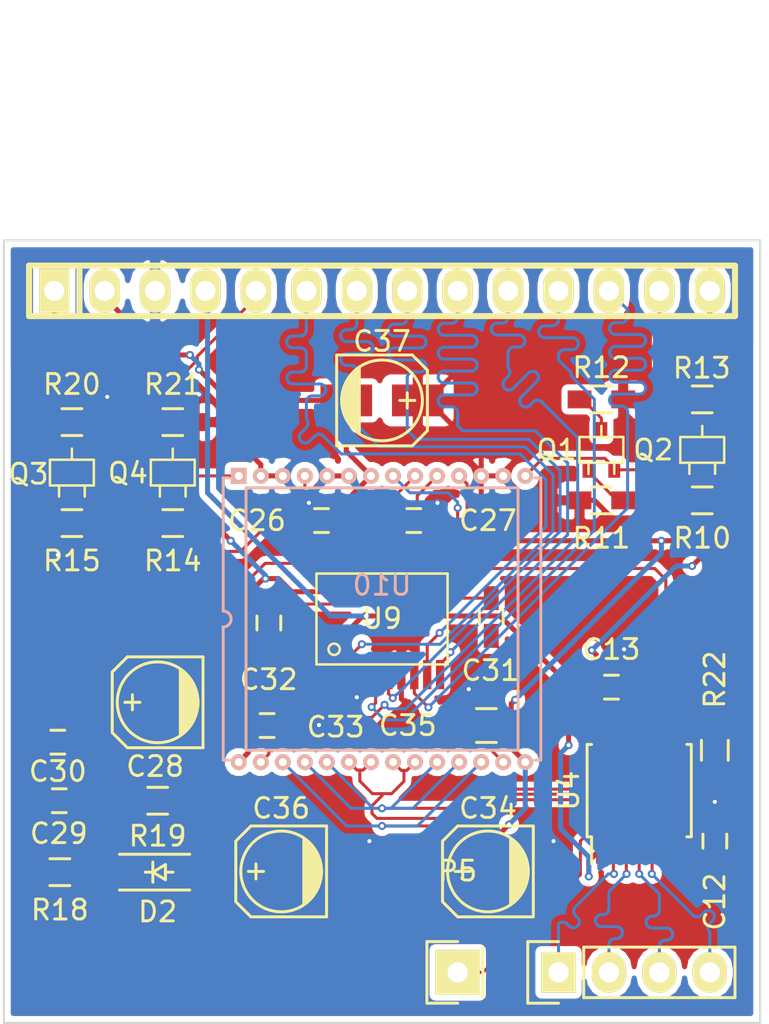
<source format=kicad_pcb>
(kicad_pcb (version 4) (host pcbnew 0.201508120902+6086~28~ubuntu15.04.1-product)
  (layers (0 F.Cu signal) (31 B.Cu signal) (34 B.Paste user) (35 F.Paste user) (36 B.SilkS user) (37 F.SilkS user) (38 B.Mask user) (39 F.Mask user) (44 Edge.Cuts user))
  (net 0 "")
  (net 1 /camera/-7V)
  (net 2 /camera/12V)
  (net 3 "Net-(C28-Pad1)")
  (net 4 "Net-(C28-Pad2)")
  (net 5 /camera/SUB)
  (net 6 /camera/RG_1)
  (net 7 /camera/RG_2)
  (net 8 /camera/XSGV2)
  (net 9 /camera/XV3)
  (net 10 /camera/XSGV3)
  (net 11 "Net-(U9-Pad19)")
  (net 12 /camera/XSHT)
  (net 13 /camera/XV2)
  (net 14 /camera/VT4)
  (net 15 /camera/VT1)
  (net 16 /camera/VT3)
  (net 17 "Net-(U9-Pad16)")
  (net 18 /camera/VT2)
  (net 19 /camera/XV1)
  (net 20 /camera/XV4)
  (net 21 /camera/CCD_OUT2)
  (net 22 /camera/CCD_OUT1)
  (net 23 /camera/LH1_1)
  (net 24 /camera/H1S_1)
  (net 25 /camera/H2S_1)
  (net 26 /camera/3V3)
  (net 27 /camera/VOUT1)
  (net 28 /camera/VOUT2)
  (net 29 /camera/B1)
  (net 30 /camera/E1)
  (net 31 /camera/B2)
  (net 32 /camera/E2)
  (net 33 /camera/H1)
  (net 34 /camera/H2)
  (net 35 /camera/5V0)
  (net 36 GND)
  (net 37 /camera/HL)
  (net 38 /camera/RG)
  (net 39 /camera/ORG)
  (net 40 /camera/ENH)
  (module Housings_SSOP:TSSOP-14_4.4x5mm_Pitch0.65mm (layer F.Cu) (at 89.154 72.136 90)
    (fp_text reference U4 (at 0 -3.55 90) (layer F.SilkS))
    (fp_text value TXB0104)
    (pad 1 smd rect (at -2.95 -1.95 90) (size 1.45 0.45) (layers F.Cu F.Paste F.Mask) (net 26 /camera/3V3))
    (pad 2 smd rect (at -2.95 -1.3 90) (size 1.45 0.45) (layers F.Cu F.Paste F.Mask) (net 33 /camera/H1))
    (pad 3 smd rect (at -2.95 -0.65 90) (size 1.45 0.45) (layers F.Cu F.Paste F.Mask) (net 34 /camera/H2))
    (pad 4 smd rect (at -2.95 0 90) (size 1.45 0.45) (layers F.Cu F.Paste F.Mask) (net 37 /camera/HL))
    (pad 5 smd rect (at -2.95 0.65 90) (size 1.45 0.45) (layers F.Cu F.Paste F.Mask) (net 38 /camera/RG))
    (pad 6 smd rect (at -2.95 1.3 90) (size 1.45 0.45) (layers F.Cu F.Paste F.Mask))
    (pad 7 smd rect (at -2.95 1.95 90) (size 1.45 0.45) (layers F.Cu F.Paste F.Mask) (net 36 GND))
    (pad 8 smd rect (at 2.95 1.95 90) (size 1.45 0.45) (layers F.Cu F.Paste F.Mask) (net 40 /camera/ENH))
    (pad 9 smd rect (at 2.95 1.3 90) (size 1.45 0.45) (layers F.Cu F.Paste F.Mask))
    (pad 10 smd rect (at 2.95 0.65 90) (size 1.45 0.45) (layers F.Cu F.Paste F.Mask) (net 39 /camera/ORG))
    (pad 11 smd rect (at 2.95 0 90) (size 1.45 0.45) (layers F.Cu F.Paste F.Mask) (net 23 /camera/LH1_1))
    (pad 12 smd rect (at 2.95 -0.65 90) (size 1.45 0.45) (layers F.Cu F.Paste F.Mask) (net 25 /camera/H2S_1))
    (pad 13 smd rect (at 2.95 -1.3 90) (size 1.45 0.45) (layers F.Cu F.Paste F.Mask) (net 24 /camera/H1S_1))
    (pad 14 smd rect (at 2.95 -1.95 90) (size 1.45 0.45) (layers F.Cu F.Paste F.Mask) (net 35 /camera/5V0))
  )
  (module camera:ICX825 (layer B.Cu) (at 76.2 63.5)
    (fp_text reference U10 (at 0 -1.7) (layer B.SilkS) (effects (justify mirror)))
    (fp_text value ICX825AQA)
    (pad 1 thru_hole rect (at -7.215 -7.2) (size 0.8 0.8) (drill 0.4) (layers *.Cu *.Mask B.SilkS) (net 28 /camera/VOUT2))
    (pad 2 thru_hole circle (at -6.105 -7.2) (size 0.8 0.8) (drill 0.4) (layers *.Cu *.Mask B.SilkS) (net 36 GND))
    (pad 3 thru_hole circle (at -4.995 -7.2) (size 0.8 0.8) (drill 0.4) (layers *.Cu *.Mask B.SilkS) (net 36 GND))
    (pad 4 thru_hole circle (at -3.885 -7.2) (size 0.8 0.8) (drill 0.4) (layers *.Cu *.Mask B.SilkS) (net 5 /camera/SUB))
    (pad 5 thru_hole circle (at -2.775 -7.2) (size 0.8 0.8) (drill 0.4) (layers *.Cu *.Mask B.SilkS) (net 36 GND))
    (pad 6 thru_hole circle (at -1.665 -7.2) (size 0.8 0.8) (drill 0.4) (layers *.Cu *.Mask B.SilkS) (net 36 GND))
    (pad 7 thru_hole circle (at -0.555 -7.2) (size 0.8 0.8) (drill 0.4) (layers *.Cu *.Mask B.SilkS) (net 1 /camera/-7V))
    (pad 8 thru_hole circle (at 0.555 -7.2) (size 0.8 0.8) (drill 0.4) (layers *.Cu *.Mask B.SilkS) (net 15 /camera/VT1))
    (pad 9 thru_hole circle (at 1.665 -7.2) (size 0.8 0.8) (drill 0.4) (layers *.Cu *.Mask B.SilkS) (net 18 /camera/VT2))
    (pad 10 thru_hole circle (at 2.775 -7.2) (size 0.8 0.8) (drill 0.4) (layers *.Cu *.Mask B.SilkS) (net 16 /camera/VT3))
    (pad 11 thru_hole circle (at 3.885 -7.2) (size 0.8 0.8) (drill 0.4) (layers *.Cu *.Mask B.SilkS) (net 14 /camera/VT4))
    (pad 12 thru_hole circle (at 4.995 -7.2) (size 0.8 0.8) (drill 0.4) (layers *.Cu *.Mask B.SilkS) (net 36 GND))
    (pad 13 thru_hole circle (at 6.105 -7.2) (size 0.8 0.8) (drill 0.4) (layers *.Cu *.Mask B.SilkS) (net 36 GND))
    (pad 14 thru_hole circle (at 7.215 -7.2) (size 0.8 0.8) (drill 0.4) (layers *.Cu *.Mask B.SilkS) (net 27 /camera/VOUT1))
    (pad 15 thru_hole circle (at 7.215 7.2) (size 0.8 0.8) (drill 0.4) (layers *.Cu *.Mask B.SilkS) (net 2 /camera/12V))
    (pad 16 thru_hole circle (at 6.105 7.2) (size 0.8 0.8) (drill 0.4) (layers *.Cu *.Mask B.SilkS) (net 6 /camera/RG_1))
    (pad 17 thru_hole circle (at 4.995 7.2) (size 0.8 0.8) (drill 0.4) (layers *.Cu *.Mask B.SilkS) (net 23 /camera/LH1_1))
    (pad 18 thru_hole circle (at 3.885 7.2) (size 0.8 0.8) (drill 0.4) (layers *.Cu *.Mask B.SilkS) (net 24 /camera/H1S_1))
    (pad 19 thru_hole circle (at 2.775 7.2) (size 0.8 0.8) (drill 0.4) (layers *.Cu *.Mask B.SilkS) (net 24 /camera/H1S_1))
    (pad 20 thru_hole circle (at 1.665 7.2) (size 0.8 0.8) (drill 0.4) (layers *.Cu *.Mask B.SilkS) (net 25 /camera/H2S_1))
    (pad 21 thru_hole circle (at 0.555 7.2) (size 0.8 0.8) (drill 0.4) (layers *.Cu *.Mask B.SilkS) (net 25 /camera/H2S_1))
    (pad 22 thru_hole circle (at -0.555 7.2) (size 0.8 0.8) (drill 0.4) (layers *.Cu *.Mask B.SilkS) (net 25 /camera/H2S_1))
    (pad 23 thru_hole circle (at -1.665 7.2) (size 0.8 0.8) (drill 0.4) (layers *.Cu *.Mask B.SilkS) (net 25 /camera/H2S_1))
    (pad 24 thru_hole circle (at -2.775 7.2) (size 0.8 0.8) (drill 0.4) (layers *.Cu *.Mask B.SilkS) (net 24 /camera/H1S_1))
    (pad 25 thru_hole circle (at -3.885 7.2) (size 0.8 0.8) (drill 0.4) (layers *.Cu *.Mask B.SilkS) (net 24 /camera/H1S_1))
    (pad 26 thru_hole circle (at -4.995 7.2) (size 0.8 0.8) (drill 0.4) (layers *.Cu *.Mask B.SilkS) (net 23 /camera/LH1_1))
    (pad 27 thru_hole circle (at -6.105 7.2) (size 0.8 0.8) (drill 0.4) (layers *.Cu *.Mask B.SilkS) (net 7 /camera/RG_2))
    (pad 28 thru_hole circle (at -7.215 7.2) (size 0.8 0.8) (drill 0.4) (layers *.Cu *.Mask B.SilkS) (net 2 /camera/12V))
  )
  (module Resistors_SMD:R_0603_HandSoldering (layer F.Cu) (at 60.579 58.674 180)
    (fp_text reference R15 (at 0 -1.9 180) (layer F.SilkS))
    (fp_text value 10K)
    (pad 1 smd rect (at -1.1 0 180) (size 1.2 0.9) (layers F.Cu F.Paste F.Mask) (net 31 /camera/B2))
    (pad 2 smd rect (at 1.1 0 180) (size 1.2 0.9) (layers F.Cu F.Paste F.Mask) (net 36 GND))
  )
  (module Capacitors_SMD:C_0603_HandSoldering (layer F.Cu) (at 70.5 63.7 90)
    (fp_text reference C32 (at -2.848 -0.015 180) (layer F.SilkS))
    (fp_text value 0.1)
    (pad 1 smd rect (at -0.95 0 90) (size 1.2 0.75) (layers F.Cu F.Paste F.Mask) (net 7 /camera/RG_2))
    (pad 2 smd rect (at 0.95 0 90) (size 1.2 0.75) (layers F.Cu F.Paste F.Mask) (net 39 /camera/ORG))
  )
  (module Resistors_SMD:R_0603_HandSoldering (layer F.Cu) (at 92.964 70.104 270)
    (fp_text reference R22 (at -3.556 0 450) (layer F.SilkS))
    (fp_text value 10.0k)
    (pad 1 smd rect (at -1.1 0 270) (size 1.2 0.9) (layers F.Cu F.Paste F.Mask) (net 40 /camera/ENH))
    (pad 2 smd rect (at 1.1 0 270) (size 1.2 0.9) (layers F.Cu F.Paste F.Mask) (net 36 GND))
  )
  (module w_pin_strip:pin_strip_14 (layer F.Cu) (at 76.2 46.99)
    (fp_text reference P10 hide)
    (fp_text value CONN_01X14 hide)
    (pad 1 thru_hole rect (at -16.51 0) (size 1.524 2.19964) (drill 1.00076) (layers *.Cu *.Mask F.SilkS) (net 2 /camera/12V))
    (pad 2 thru_hole oval (at -13.97 0) (size 1.524 2.19964) (drill 1.00076) (layers *.Cu *.Mask F.SilkS) (net 1 /camera/-7V))
    (pad 3 thru_hole oval (at -11.43 0) (size 1.524 2.19964) (drill 1.00076) (layers *.Cu *.Mask F.SilkS) (net 36 GND))
    (pad 4 thru_hole oval (at -8.89 0) (size 1.524 2.19964) (drill 1.00076) (layers *.Cu *.Mask F.SilkS) (net 26 /camera/3V3))
    (pad 5 thru_hole oval (at -6.35 0) (size 1.524 2.19964) (drill 1.00076) (layers *.Cu *.Mask F.SilkS) (net 21 /camera/CCD_OUT2))
    (pad 6 thru_hole oval (at -3.81 0) (size 1.524 2.19964) (drill 1.00076) (layers *.Cu *.Mask F.SilkS) (net 19 /camera/XV1))
    (pad 7 thru_hole oval (at -1.27 0) (size 1.524 2.19964) (drill 1.00076) (layers *.Cu *.Mask F.SilkS) (net 13 /camera/XV2))
    (pad 8 thru_hole oval (at 1.27 0) (size 1.524 2.19964) (drill 1.00076) (layers *.Cu *.Mask F.SilkS) (net 9 /camera/XV3))
    (pad 9 thru_hole oval (at 3.81 0) (size 1.524 2.19964) (drill 1.00076) (layers *.Cu *.Mask F.SilkS) (net 20 /camera/XV4))
    (pad 10 thru_hole oval (at 6.35 0) (size 1.524 2.19964) (drill 1.00076) (layers *.Cu *.Mask F.SilkS) (net 12 /camera/XSHT))
    (pad 11 thru_hole oval (at 8.89 0) (size 1.524 2.19964) (drill 1.00076) (layers *.Cu *.Mask F.SilkS) (net 8 /camera/XSGV2))
    (pad 12 thru_hole oval (at 11.43 0) (size 1.524 2.19964) (drill 1.00076) (layers *.Cu *.Mask F.SilkS) (net 10 /camera/XSGV3))
    (pad 13 thru_hole oval (at 13.97 0) (size 1.524 2.19964) (drill 1.00076) (layers *.Cu *.Mask F.SilkS) (net 22 /camera/CCD_OUT1))
    (pad 14 thru_hole oval (at 16.51 0) (size 1.524 2.19964) (drill 1.00076) (layers *.Cu *.Mask F.SilkS) (net 35 /camera/5V0))
  )
  (module w_smd_dil:tssop-20 (layer F.Cu) (at 76.2 63.5)
    (fp_text reference U9 (at 0 -0.0254) (layer F.SilkS))
    (fp_text value CXD3400N hide)
    (pad 5 smd rect (at -0.32512 2.79908) (size 0.4191 1.47066) (layers F.Cu F.Paste F.Mask) (net 8 /camera/XSGV2))
    (pad 6 smd rect (at 0.32512 2.79908) (size 0.4191 1.47066) (layers F.Cu F.Paste F.Mask) (net 9 /camera/XV3))
    (pad 7 smd rect (at 0.97536 2.79908) (size 0.4191 1.47066) (layers F.Cu F.Paste F.Mask) (net 36 GND))
    (pad 8 smd rect (at 1.6256 2.79908) (size 0.4191 1.47066) (layers F.Cu F.Paste F.Mask) (net 10 /camera/XSGV3))
    (pad 19 smd rect (at -2.26568 -2.794) (size 0.4191 1.47066) (layers F.Cu F.Paste F.Mask) (net 11 "Net-(U9-Pad19)"))
    (pad 2 smd rect (at -2.27584 2.79908) (size 0.4191 1.47066) (layers F.Cu F.Paste F.Mask) (net 12 /camera/XSHT))
    (pad 3 smd rect (at -1.6256 2.79908) (size 0.4191 1.47066) (layers F.Cu F.Paste F.Mask) (net 13 /camera/XV2))
    (pad 4 smd rect (at -0.97536 2.79908) (size 0.4191 1.47066) (layers F.Cu F.Paste F.Mask) (net 36 GND))
    (pad 12 smd rect (at 2.27584 -2.79908) (size 0.4191 1.47066) (layers F.Cu F.Paste F.Mask) (net 14 /camera/VT4))
    (pad 13 smd rect (at 1.6256 -2.79908) (size 0.4191 1.47066) (layers F.Cu F.Paste F.Mask) (net 15 /camera/VT1))
    (pad 14 smd rect (at 0.97536 -2.79908) (size 0.4191 1.47066) (layers F.Cu F.Paste F.Mask) (net 16 /camera/VT3))
    (pad 15 smd rect (at 0.32512 -2.79908) (size 0.4191 1.47066) (layers F.Cu F.Paste F.Mask) (net 2 /camera/12V))
    (pad 16 smd rect (at -0.32512 -2.79908) (size 0.4191 1.47066) (layers F.Cu F.Paste F.Mask) (net 17 "Net-(U9-Pad16)"))
    (pad 17 smd rect (at -0.97536 -2.79908) (size 0.4191 1.47066) (layers F.Cu F.Paste F.Mask) (net 18 /camera/VT2))
    (pad 9 smd rect (at 2.27584 2.79908) (size 0.4191 1.47066) (layers F.Cu F.Paste F.Mask) (net 19 /camera/XV1))
    (pad 18 smd rect (at -1.6256 -2.794) (size 0.4191 1.47066) (layers F.Cu F.Paste F.Mask) (net 1 /camera/-7V))
    (pad 1 smd rect (at -2.92608 2.79908) (size 0.4191 1.47066) (layers F.Cu F.Paste F.Mask) (net 26 /camera/3V3))
    (pad 10 smd rect (at 2.92608 2.79908) (size 0.4191 1.47066) (layers F.Cu F.Paste F.Mask) (net 20 /camera/XV4))
    (pad 11 smd rect (at 2.92608 -2.79908) (size 0.4191 1.47066) (layers F.Cu F.Paste F.Mask) (net 36 GND))
    (pad 20 smd rect (at -2.92608 -2.79908) (size 0.4191 1.47066) (layers F.Cu F.Paste F.Mask) (net 4 "Net-(C28-Pad2)"))
  )
  (module w_smd_trans:sot323 (layer F.Cu) (at 87.249 54.991)
    (fp_text reference Q1 (at -2.2606 0) (layer F.SilkS))
    (fp_text value 2SC5095 hide)
    (pad 1 smd rect (at -0.65024 1.00076) (size 0.59944 0.8001) (layers F.Cu F.Paste F.Mask) (net 29 /camera/B1))
    (pad 2 smd rect (at 0 -1.00076) (size 0.59944 0.8001) (layers F.Cu F.Paste F.Mask) (net 30 /camera/E1))
    (pad 3 smd rect (at 0.65024 1.00076) (size 0.59944 0.8001) (layers F.Cu F.Paste F.Mask) (net 27 /camera/VOUT1))
  )
  (module w_smd_trans:sot323 (layer F.Cu) (at 92.329 54.991)
    (fp_text reference Q2 (at -2.4638 0) (layer F.SilkS))
    (fp_text value MT3S20TU hide)
    (pad 1 smd rect (at -0.65024 1.00076) (size 0.59944 0.8001) (layers F.Cu F.Paste F.Mask) (net 27 /camera/VOUT1))
    (pad 2 smd rect (at 0 -1.00076) (size 0.59944 0.8001) (layers F.Cu F.Paste F.Mask) (net 22 /camera/CCD_OUT1))
    (pad 3 smd rect (at 0.65024 1.00076) (size 0.59944 0.8001) (layers F.Cu F.Paste F.Mask) (net 2 /camera/12V))
  )
  (module w_smd_trans:sot323 (layer F.Cu) (at 60.579 56.134)
    (fp_text reference Q3 (at -2.1844 0.0762) (layer F.SilkS))
    (fp_text value 2SC5095 hide)
    (pad 1 smd rect (at -0.65024 1.00076) (size 0.59944 0.8001) (layers F.Cu F.Paste F.Mask) (net 31 /camera/B2))
    (pad 2 smd rect (at 0 -1.00076) (size 0.59944 0.8001) (layers F.Cu F.Paste F.Mask) (net 32 /camera/E2))
    (pad 3 smd rect (at 0.65024 1.00076) (size 0.59944 0.8001) (layers F.Cu F.Paste F.Mask) (net 28 /camera/VOUT2))
  )
  (module w_smd_trans:sot323 (layer F.Cu) (at 65.659 56.134)
    (fp_text reference Q4 (at -2.2606 0.0254) (layer F.SilkS))
    (fp_text value MT3S20TU hide)
    (pad 1 smd rect (at -0.65024 1.00076) (size 0.59944 0.8001) (layers F.Cu F.Paste F.Mask) (net 28 /camera/VOUT2))
    (pad 2 smd rect (at 0 -1.00076) (size 0.59944 0.8001) (layers F.Cu F.Paste F.Mask) (net 21 /camera/CCD_OUT2))
    (pad 3 smd rect (at 0.65024 1.00076) (size 0.59944 0.8001) (layers F.Cu F.Paste F.Mask) (net 2 /camera/12V))
  )
  (module Resistors_SMD:R_0603_HandSoldering (layer F.Cu) (at 92.329 57.531 180)
    (fp_text reference R10 (at 0 -1.9 180) (layer F.SilkS))
    (fp_text value 10K)
    (pad 1 smd rect (at -1.1 0 180) (size 1.2 0.9) (layers F.Cu F.Paste F.Mask) (net 2 /camera/12V))
    (pad 2 smd rect (at 1.1 0 180) (size 1.2 0.9) (layers F.Cu F.Paste F.Mask) (net 29 /camera/B1))
  )
  (module Resistors_SMD:R_0603_HandSoldering (layer F.Cu) (at 87.249 57.531 180)
    (fp_text reference R11 (at 0 -1.9 180) (layer F.SilkS))
    (fp_text value 10K)
    (pad 1 smd rect (at -1.1 0 180) (size 1.2 0.9) (layers F.Cu F.Paste F.Mask) (net 29 /camera/B1))
    (pad 2 smd rect (at 1.1 0 180) (size 1.2 0.9) (layers F.Cu F.Paste F.Mask) (net 36 GND))
  )
  (module Resistors_SMD:R_0603_HandSoldering (layer F.Cu) (at 87.249 52.451)
    (fp_text reference R12 (at 0 -1.6002) (layer F.SilkS))
    (fp_text value 1.17K)
    (pad 1 smd rect (at -1.1 0) (size 1.2 0.9) (layers F.Cu F.Paste F.Mask) (net 30 /camera/E1))
    (pad 2 smd rect (at 1.1 0) (size 1.2 0.9) (layers F.Cu F.Paste F.Mask) (net 36 GND))
  )
  (module Resistors_SMD:R_0603_HandSoldering (layer F.Cu) (at 92.329 52.451)
    (fp_text reference R13 (at -0.0254 -1.5748) (layer F.SilkS))
    (fp_text value 1.74K)
    (pad 1 smd rect (at -1.1 0) (size 1.2 0.9) (layers F.Cu F.Paste F.Mask) (net 22 /camera/CCD_OUT1))
    (pad 2 smd rect (at 1.1 0) (size 1.2 0.9) (layers F.Cu F.Paste F.Mask) (net 36 GND))
  )
  (module Resistors_SMD:R_0603_HandSoldering (layer F.Cu) (at 65.659 58.674 180)
    (fp_text reference R14 (at 0 -1.9 180) (layer F.SilkS))
    (fp_text value 10K)
    (pad 1 smd rect (at -1.1 0 180) (size 1.2 0.9) (layers F.Cu F.Paste F.Mask) (net 2 /camera/12V))
    (pad 2 smd rect (at 1.1 0 180) (size 1.2 0.9) (layers F.Cu F.Paste F.Mask) (net 31 /camera/B2))
  )
  (module Resistors_SMD:R_0603_HandSoldering (layer F.Cu) (at 59.973 76.237 180)
    (fp_text reference R18 (at 0 -1.9 180) (layer F.SilkS))
    (fp_text value 100k)
    (pad 1 smd rect (at -1.1 0 180) (size 1.2 0.9) (layers F.Cu F.Paste F.Mask) (net 3 "Net-(C28-Pad1)"))
    (pad 2 smd rect (at 1.1 0 180) (size 1.2 0.9) (layers F.Cu F.Paste F.Mask) (net 36 GND))
  )
  (module Resistors_SMD:R_0603_HandSoldering (layer F.Cu) (at 64.897 72.644)
    (fp_text reference R19 (at 0 1.778) (layer F.SilkS))
    (fp_text value 1M0)
    (pad 1 smd rect (at -1.1 0) (size 1.2 0.9) (layers F.Cu F.Paste F.Mask) (net 5 /camera/SUB))
    (pad 2 smd rect (at 1.1 0) (size 1.2 0.9) (layers F.Cu F.Paste F.Mask) (net 36 GND))
  )
  (module Resistors_SMD:R_0603_HandSoldering (layer F.Cu) (at 60.579 53.594)
    (fp_text reference R20 (at 0 -1.9) (layer F.SilkS))
    (fp_text value 1.17K)
    (pad 1 smd rect (at -1.1 0) (size 1.2 0.9) (layers F.Cu F.Paste F.Mask) (net 32 /camera/E2))
    (pad 2 smd rect (at 1.1 0) (size 1.2 0.9) (layers F.Cu F.Paste F.Mask) (net 36 GND))
  )
  (module Resistors_SMD:R_0603_HandSoldering (layer F.Cu) (at 65.659 53.594)
    (fp_text reference R21 (at 0 -1.9) (layer F.SilkS))
    (fp_text value 1.74K)
    (pad 1 smd rect (at -1.1 0) (size 1.2 0.9) (layers F.Cu F.Paste F.Mask) (net 21 /camera/CCD_OUT2))
    (pad 2 smd rect (at 1.1 0) (size 1.2 0.9) (layers F.Cu F.Paste F.Mask) (net 36 GND))
  )
  (module Capacitors_SMD:C_0603_HandSoldering (layer F.Cu) (at 73.152 58.547 180)
    (fp_text reference C26 (at 3.2512 0 180) (layer F.SilkS))
    (fp_text value 0.1u)
    (pad 1 smd rect (at -0.95 0 180) (size 1.2 0.75) (layers F.Cu F.Paste F.Mask) (net 1 /camera/-7V))
    (pad 2 smd rect (at 0.95 0 180) (size 1.2 0.75) (layers F.Cu F.Paste F.Mask) (net 36 GND))
  )
  (module Capacitors_SMD:C_0603_HandSoldering (layer F.Cu) (at 77.8002 58.547)
    (fp_text reference C27 (at 3.7338 0) (layer F.SilkS))
    (fp_text value 0.1u)
    (pad 1 smd rect (at -0.95 0) (size 1.2 0.75) (layers F.Cu F.Paste F.Mask) (net 2 /camera/12V))
    (pad 2 smd rect (at 0.95 0) (size 1.2 0.75) (layers F.Cu F.Paste F.Mask) (net 36 GND))
  )
  (module Capacitors_SMD:c_elec_4x5.3 (layer F.Cu) (at 64.897 67.691 180)
    (fp_text reference C28 (at 0.127 -3.2258 360) (layer F.SilkS))
    (fp_text value 1u/35V)
    (pad 1 smd rect (at 1.80086 0 180) (size 2.60096 1.6002) (layers F.Cu F.Paste F.Mask) (net 3 "Net-(C28-Pad1)"))
    (pad 2 smd rect (at -1.80086 0 180) (size 2.60096 1.6002) (layers F.Cu F.Paste F.Mask) (net 4 "Net-(C28-Pad2)"))
  )
  (module Capacitors_SMD:C_0603_HandSoldering (layer F.Cu) (at 59.944 72.644)
    (fp_text reference C29 (at -0.0254 1.651) (layer F.SilkS))
    (fp_text value 0.1uF)
    (pad 1 smd rect (at -0.95 0) (size 1.2 0.75) (layers F.Cu F.Paste F.Mask) (net 3 "Net-(C28-Pad1)"))
    (pad 2 smd rect (at 0.95 0) (size 1.2 0.75) (layers F.Cu F.Paste F.Mask) (net 5 /camera/SUB))
  )
  (module Capacitors_SMD:C_0603_HandSoldering (layer F.Cu) (at 81.7 63.4 90)
    (fp_text reference C31 (at -2.6908 -0.039 360) (layer F.SilkS))
    (fp_text value 0.1)
    (pad 1 smd rect (at -0.95 0 90) (size 1.2 0.75) (layers F.Cu F.Paste F.Mask) (net 6 /camera/RG_1))
    (pad 2 smd rect (at 0.95 0 90) (size 1.2 0.75) (layers F.Cu F.Paste F.Mask) (net 39 /camera/ORG))
  )
  (module Capacitors_SMD:C_0603_HandSoldering (layer F.Cu) (at 70.4088 68.8594 180)
    (fp_text reference C33 (at -3.4544 -0.0762 180) (layer F.SilkS))
    (fp_text value 0.01)
    (pad 1 smd rect (at -0.95 0 180) (size 1.2 0.75) (layers F.Cu F.Paste F.Mask) (net 36 GND))
    (pad 2 smd rect (at 0.95 0 180) (size 1.2 0.75) (layers F.Cu F.Paste F.Mask) (net 2 /camera/12V))
  )
  (module Capacitors_SMD:c_elec_4x5.3 (layer F.Cu) (at 81.534 76.2 180)
    (fp_text reference C34 (at 0 3.175 180) (layer F.SilkS))
    (fp_text value 3.3/20V)
    (pad 1 smd rect (at 1.80086 0 180) (size 2.60096 1.6002) (layers F.Cu F.Paste F.Mask) (net 2 /camera/12V))
    (pad 2 smd rect (at -1.80086 0 180) (size 2.60096 1.6002) (layers F.Cu F.Paste F.Mask) (net 36 GND))
  )
  (module Capacitors_SMD:C_0805_HandSoldering (layer F.Cu) (at 81.4578 68.8594)
    (fp_text reference C35 (at -3.9624 0) (layer F.SilkS))
    (fp_text value 0.01)
    (pad 1 smd rect (at -1.25 0) (size 1.5 1.25) (layers F.Cu F.Paste F.Mask) (net 36 GND))
    (pad 2 smd rect (at 1.25 0) (size 1.5 1.25) (layers F.Cu F.Paste F.Mask) (net 2 /camera/12V))
  )
  (module Capacitors_SMD:c_elec_4x5.3 (layer F.Cu) (at 71.12 76.2 180)
    (fp_text reference C36 (at 0 3.175 180) (layer F.SilkS))
    (fp_text value 3.3/20V)
    (pad 1 smd rect (at 1.80086 0 180) (size 2.60096 1.6002) (layers F.Cu F.Paste F.Mask) (net 2 /camera/12V))
    (pad 2 smd rect (at -1.80086 0 180) (size 2.60096 1.6002) (layers F.Cu F.Paste F.Mask) (net 36 GND))
  )
  (module Capacitors_SMD:c_elec_4x5.3 (layer F.Cu) (at 76.2 52.5018)
    (fp_text reference C37 (at 0 -2.9718) (layer F.SilkS))
    (fp_text value 3.3/20V)
    (pad 1 smd rect (at 1.80086 0) (size 2.60096 1.6002) (layers F.Cu F.Paste F.Mask) (net 36 GND))
    (pad 2 smd rect (at -1.80086 0) (size 2.60096 1.6002) (layers F.Cu F.Paste F.Mask) (net 1 /camera/-7V))
  )
  (module Diodes_SMD:SOD-123 (layer F.Cu) (at 64.973 76.237)
    (fp_text reference D2 (at -0.076 1.995) (layer F.SilkS))
    (fp_text value D)
    (pad 1 smd rect (at -1.635 0) (size 0.91 1.22) (layers F.Cu F.Paste F.Mask) (net 3 "Net-(C28-Pad1)"))
    (pad 2 smd rect (at 1.635 0) (size 0.91 1.22) (layers F.Cu F.Paste F.Mask) (net 2 /camera/12V))
  )
  (module Socket_Strips:Socket_Strip_Straight_1x04 (layer F.Cu) (at 85.09 81.28)
    (fp_text reference P4 hide)
    (fp_text value CONN_01X04)
    (pad 1 thru_hole rect (at 0 0) (size 1.7272 2.032) (drill 1.016) (layers *.Cu *.Mask F.SilkS) (net 33 /camera/H1))
    (pad 2 thru_hole oval (at 2.54 0) (size 1.7272 2.032) (drill 1.016) (layers *.Cu *.Mask F.SilkS) (net 34 /camera/H2))
    (pad 3 thru_hole oval (at 5.08 0) (size 1.7272 2.032) (drill 1.016) (layers *.Cu *.Mask F.SilkS) (net 37 /camera/HL))
    (pad 4 thru_hole oval (at 7.62 0) (size 1.7272 2.032) (drill 1.016) (layers *.Cu *.Mask F.SilkS) (net 38 /camera/RG))
  )
  (module Capacitors_SMD:C_0603_HandSoldering (layer F.Cu) (at 59.8678 69.6976 180)
    (fp_text reference C30 (at 0 -1.4732 180) (layer F.SilkS))
    (fp_text value 2200pF)
    (pad 1 smd rect (at -0.95 0 180) (size 1.2 0.75) (layers F.Cu F.Paste F.Mask) (net 5 /camera/SUB))
    (pad 2 smd rect (at 0.95 0 180) (size 1.2 0.75) (layers F.Cu F.Paste F.Mask) (net 36 GND))
  )
  (module Socket_Strips:Socket_Strip_Straight_1x01 (layer F.Cu) (at 80.01 81.28)
    (fp_text reference P5 (at 0 -5.1) (layer F.SilkS))
    (fp_text value CONN_01X01)
    (pad 1 thru_hole rect (at 0 0) (size 2.2352 2.2352) (drill 1.016) (layers *.Cu *.Mask F.SilkS) (net 40 /camera/ENH))
  )
  (module Capacitors_SMD:C_0603 (layer F.Cu) (at 87.757 66.929)
    (fp_text reference C13 (at 0 -1.9) (layer F.SilkS))
    (fp_text value 0.1u)
    (pad 1 smd rect (at -0.75 0) (size 0.8 0.75) (layers F.Cu F.Paste F.Mask) (net 35 /camera/5V0))
    (pad 2 smd rect (at 0.75 0) (size 0.8 0.75) (layers F.Cu F.Paste F.Mask) (net 36 GND))
  )
  (module Capacitors_SMD:C_0603 (layer F.Cu) (at 92.964 74.676 90)
    (fp_text reference C12 (at -3.048 0 90) (layer F.SilkS))
    (fp_text value 0.1u)
    (pad 1 smd rect (at -0.75 0 90) (size 0.8 0.75) (layers F.Cu F.Paste F.Mask) (net 26 /camera/3V3))
    (pad 2 smd rect (at 0.75 0 90) (size 0.8 0.75) (layers F.Cu F.Paste F.Mask) (net 36 GND))
  )
  (gr_line (start 57.15 83.82) (end 57.15 44.45) (layer Edge.Cuts) (width 0.1))
  (gr_line (start 95.25 83.82) (end 57.15 83.82) (layer Edge.Cuts) (width 0.1))
  (gr_line (start 95.25 44.45) (end 95.25 83.82) (layer Edge.Cuts) (width 0.1))
  (gr_line (start 57.15 44.45) (end 95.25 44.45) (layer Edge.Cuts) (width 0.1))
  (segment (start 68.52918 52.5018) (end 67.182979 51.155599) (width 0.254) (layer F.Cu) (net 1))
  (segment (start 74.39914 52.5018) (end 68.52918 52.5018) (width 0.254) (layer F.Cu) (net 1))
  (segment (start 66.5226 50.2158) (end 66.97978 50.67298) (width 0.254) (layer B.Cu) (net 1))
  (via (at 66.97978 50.9524) (size 0.4064) (drill 0.2032) (layers F.Cu B.Cu) (net 1))
  (segment (start 67.182979 51.155599) (end 66.97978 50.9524) (width 0.254) (layer F.Cu) (net 1))
  (segment (start 66.97978 50.67298) (end 66.97978 50.9524) (width 0.254) (layer B.Cu) (net 1))
  (segment (start 62.23 47.32782) (end 65.11798 50.2158) (width 0.254) (layer F.Cu) (net 1))
  (segment (start 66.235232 50.2158) (end 66.5226 50.2158) (width 0.254) (layer F.Cu) (net 1))
  (segment (start 62.23 46.99) (end 62.23 47.32782) (width 0.254) (layer F.Cu) (net 1))
  (segment (start 65.11798 50.2158) (end 66.235232 50.2158) (width 0.254) (layer F.Cu) (net 1))
  (via (at 66.5226 50.2158) (size 0.4064) (drill 0.2032) (layers F.Cu B.Cu) (net 1))
  (segment (start 74.39914 52.5018) (end 74.39914 55.05414) (width 0.254) (layer F.Cu) (net 1))
  (segment (start 74.39914 55.05414) (end 75.645 56.3) (width 0.254) (layer F.Cu) (net 1))
  (segment (start 62.23 46.65218) (end 62.23 46.99) (width 0.254) (layer B.Cu) (net 1))
  (segment (start 62.23 47.32782) (end 62.23 46.99) (width 0.254) (layer B.Cu) (net 1))
  (segment (start 74.102 58.8264) (end 74.102 59.3538) (width 0.254) (layer F.Cu) (net 1))
  (segment (start 74.102 59.3538) (end 74.5744 59.8262) (width 0.254) (layer F.Cu) (net 1))
  (segment (start 74.5744 59.8262) (end 74.5744 60.706) (width 0.254) (layer F.Cu) (net 1))
  (segment (start 75.645 56.3) (end 74.102 57.843) (width 0.254) (layer F.Cu) (net 1))
  (segment (start 74.102 57.843) (end 74.102 58.8264) (width 0.254) (layer F.Cu) (net 1))
  (segment (start 82.7078 68.8594) (end 82.7078 67.7618) (width 0.254) (layer F.Cu) (net 2))
  (segment (start 82.7078 67.7618) (end 82.9056 67.564) (width 0.254) (layer F.Cu) (net 2))
  (segment (start 83.108799 67.360801) (end 82.9056 67.564) (width 0.254) (layer B.Cu) (net 2))
  (segment (start 90.2716 60.198) (end 83.108799 67.360801) (width 0.254) (layer B.Cu) (net 2))
  (segment (start 90.2716 59.563) (end 90.2716 60.198) (width 0.254) (layer B.Cu) (net 2))
  (via (at 82.9056 67.564) (size 0.4064) (drill 0.2032) (layers F.Cu B.Cu) (net 2))
  (segment (start 83.4644 72.96912) (end 83.415 72.91972) (width 0.254) (layer B.Cu) (net 2))
  (segment (start 83.415 72.91972) (end 83.415 70.7) (width 0.254) (layer B.Cu) (net 2))
  (segment (start 82.59572 73.8378) (end 83.4644 72.96912) (width 0.254) (layer B.Cu) (net 2))
  (via (at 82.59572 73.8378) (size 0.4064) (drill 0.2032) (layers F.Cu B.Cu) (net 2))
  (segment (start 80.23352 76.2) (end 82.59572 73.8378) (width 0.254) (layer F.Cu) (net 2))
  (segment (start 79.73314 76.2) (end 80.23352 76.2) (width 0.254) (layer F.Cu) (net 2))
  (segment (start 76.52512 60.70092) (end 76.52512 58.87208) (width 0.254) (layer F.Cu) (net 2))
  (segment (start 76.52512 58.87208) (end 76.8502 58.547) (width 0.254) (layer F.Cu) (net 2))
  (segment (start 90.2716 59.563) (end 91.9994 59.563) (width 0.254) (layer F.Cu) (net 2))
  (segment (start 75.98537 62.1284) (end 79.1972 62.1284) (width 0.254) (layer F.Cu) (net 2))
  (segment (start 79.1972 62.1284) (end 81.7626 59.563) (width 0.254) (layer F.Cu) (net 2))
  (segment (start 81.7626 59.563) (end 91.9994 59.563) (width 0.254) (layer F.Cu) (net 2))
  (segment (start 91.9994 59.563) (end 93.429 58.1334) (width 0.254) (layer F.Cu) (net 2))
  (segment (start 93.429 58.1334) (end 93.429 57.531) (width 0.254) (layer F.Cu) (net 2))
  (segment (start 69.4588 68.8594) (end 69.4588 62.2402) (width 0.254) (layer F.Cu) (net 2))
  (segment (start 69.4588 62.2402) (end 70.231 61.468) (width 0.254) (layer F.Cu) (net 2))
  (segment (start 70.231 61.468) (end 70.993 61.468) (width 0.254) (layer F.Cu) (net 2))
  (segment (start 70.993 61.468) (end 71.6534 62.1284) (width 0.254) (layer F.Cu) (net 2))
  (segment (start 71.6534 62.1284) (end 75.98537 62.1284) (width 0.254) (layer F.Cu) (net 2))
  (segment (start 75.98537 62.1284) (end 76.13777 61.976) (width 0.254) (layer F.Cu) (net 2))
  (via (at 90.2716 59.563) (size 0.4064) (drill 0.2032) (layers F.Cu B.Cu) (net 2))
  (segment (start 79.73314 76.2) (end 79.23276 76.2) (width 0.254) (layer F.Cu) (net 2))
  (segment (start 69.31914 76.2) (end 69.31914 73.12914) (width 0.254) (layer F.Cu) (net 2))
  (segment (start 69.31914 73.12914) (end 68.072 71.882) (width 0.254) (layer F.Cu) (net 2))
  (segment (start 68.072 71.882) (end 68.072 69.3922) (width 0.254) (layer F.Cu) (net 2))
  (segment (start 68.072 69.3922) (end 68.6048 68.8594) (width 0.254) (layer F.Cu) (net 2))
  (segment (start 68.6048 68.8594) (end 69.4588 68.8594) (width 0.254) (layer F.Cu) (net 2))
  (segment (start 66.608 76.237) (end 69.28214 76.237) (width 0.254) (layer F.Cu) (net 2))
  (segment (start 69.28214 76.237) (end 69.31914 76.2) (width 0.254) (layer F.Cu) (net 2))
  (segment (start 57.912 51.181) (end 59.69 49.403) (width 0.254) (layer F.Cu) (net 2))
  (segment (start 59.69 49.403) (end 59.69 46.99) (width 0.254) (layer F.Cu) (net 2))
  (segment (start 57.912 60.325) (end 57.912 51.181) (width 0.254) (layer F.Cu) (net 2))
  (segment (start 58.674 61.087) (end 57.912 60.325) (width 0.254) (layer F.Cu) (net 2))
  (segment (start 65.05 61.087) (end 58.674 61.087) (width 0.254) (layer F.Cu) (net 2))
  (segment (start 66.759 58.674) (end 66.759 59.378) (width 0.254) (layer F.Cu) (net 2))
  (segment (start 66.759 59.378) (end 65.05 61.087) (width 0.254) (layer F.Cu) (net 2))
  (segment (start 93.429 57.531) (end 93.429 56.44152) (width 0.254) (layer F.Cu) (net 2))
  (segment (start 93.429 56.44152) (end 92.97924 55.99176) (width 0.254) (layer F.Cu) (net 2))
  (segment (start 59.69 46.99) (end 59.69 47.32782) (width 0.254) (layer F.Cu) (net 2))
  (segment (start 68.58 59.563) (end 70.326675 61.309675) (width 0.254) (layer B.Cu) (net 2))
  (segment (start 70.326675 61.309675) (end 70.326675 61.468) (width 0.254) (layer B.Cu) (net 2))
  (via (at 70.326675 61.468) (size 0.4064) (drill 0.2032) (layers F.Cu B.Cu) (net 2))
  (segment (start 66.759 58.674) (end 67.691 58.674) (width 0.254) (layer F.Cu) (net 2))
  (segment (start 67.691 58.674) (end 68.58 59.563) (width 0.254) (layer F.Cu) (net 2))
  (via (at 68.58 59.563) (size 0.4064) (drill 0.2032) (layers F.Cu B.Cu) (net 2))
  (segment (start 76.13777 61.976) (end 76.52512 61.58865) (width 0.254) (layer F.Cu) (net 2))
  (segment (start 76.52512 61.58865) (end 76.52512 60.70092) (width 0.254) (layer F.Cu) (net 2))
  (segment (start 66.759 58.674) (end 66.759 57.58452) (width 0.254) (layer F.Cu) (net 2))
  (segment (start 66.759 57.58452) (end 66.30924 57.13476) (width 0.254) (layer F.Cu) (net 2))
  (segment (start 69.4588 68.8594) (end 69.4588 70.2262) (width 0.254) (layer F.Cu) (net 2))
  (segment (start 69.4588 70.2262) (end 68.985 70.7) (width 0.254) (layer F.Cu) (net 2))
  (segment (start 68.81876 76.2) (end 69.31914 76.2) (width 0.254) (layer F.Cu) (net 2))
  (segment (start 82.7332 68.834) (end 82.7078 68.8594) (width 0.254) (layer F.Cu) (net 2))
  (segment (start 82.7078 68.8594) (end 82.7078 69.9928) (width 0.254) (layer F.Cu) (net 2))
  (segment (start 82.7078 69.9928) (end 83.415 70.7) (width 0.254) (layer F.Cu) (net 2))
  (segment (start 61.073 76.237) (end 60.923 76.237) (width 0.1524) (layer F.Cu) (net 3))
  (segment (start 60.923 76.237) (end 61.0362 76.1238) (width 0.1524) (layer F.Cu) (net 3))
  (segment (start 61.0362 76.1238) (end 61.0362 74.6862) (width 0.1524) (layer F.Cu) (net 3))
  (segment (start 61.0362 74.6862) (end 58.994 72.644) (width 0.1524) (layer F.Cu) (net 3))
  (segment (start 64.897 70.44436) (end 64.897 73.9156) (width 0.1524) (layer F.Cu) (net 3))
  (segment (start 64.897 73.9156) (end 63.338 75.4746) (width 0.1524) (layer F.Cu) (net 3))
  (segment (start 63.338 75.4746) (end 63.338 76.237) (width 0.1524) (layer F.Cu) (net 3))
  (segment (start 63.09614 67.691) (end 63.09614 68.6435) (width 0.1524) (layer F.Cu) (net 3))
  (segment (start 63.09614 68.6435) (end 64.897 70.44436) (width 0.1524) (layer F.Cu) (net 3))
  (segment (start 61.073 76.237) (end 61.8254 76.237) (width 0.1524) (layer F.Cu) (net 3))
  (segment (start 61.8254 76.237) (end 63.338 76.237) (width 0.1524) (layer F.Cu) (net 3))
  (segment (start 73.27392 60.70092) (end 70.31228 60.70092) (width 0.1524) (layer F.Cu) (net 4))
  (segment (start 70.31228 60.70092) (end 69.088 61.9252) (width 0.1524) (layer F.Cu) (net 4))
  (segment (start 69.088 61.9252) (end 69.088 65.30086) (width 0.1524) (layer F.Cu) (net 4))
  (segment (start 69.088 65.30086) (end 66.69786 67.691) (width 0.1524) (layer F.Cu) (net 4))
  (segment (start 60.894 72.644) (end 61.9862 73.7362) (width 0.1524) (layer F.Cu) (net 5))
  (segment (start 61.9862 73.7362) (end 62.7048 73.7362) (width 0.1524) (layer F.Cu) (net 5))
  (segment (start 62.7048 73.7362) (end 63.797 72.644) (width 0.1524) (layer F.Cu) (net 5))
  (segment (start 60.9194 69.342) (end 60.3504 68.773) (width 0.1524) (layer F.Cu) (net 5))
  (segment (start 60.3504 68.773) (end 60.3504 66.7496) (width 0.1524) (layer F.Cu) (net 5))
  (segment (start 60.3504 66.7496) (end 67 60.1) (width 0.1524) (layer F.Cu) (net 5))
  (segment (start 67 60.1) (end 69.080685 60.1) (width 0.1524) (layer F.Cu) (net 5))
  (segment (start 69.080685 60.1) (end 72.315 56.865685) (width 0.1524) (layer F.Cu) (net 5))
  (segment (start 72.315 56.865685) (end 72.315 56.3) (width 0.1524) (layer F.Cu) (net 5))
  (segment (start 60.894 72.644) (end 60.894 69.3674) (width 0.1524) (layer F.Cu) (net 5))
  (segment (start 60.894 69.3674) (end 60.9194 69.342) (width 0.1524) (layer F.Cu) (net 5))
  (segment (start 81.905001 70.300001) (end 82.305 70.7) (width 0.1524) (layer F.Cu) (net 6))
  (segment (start 81.7 70.095) (end 81.905001 70.300001) (width 0.1524) (layer F.Cu) (net 6))
  (segment (start 82.2274 66.621682) (end 81.7 67.149082) (width 0.1524) (layer F.Cu) (net 6))
  (segment (start 82.2274 65.1024) (end 82.2274 66.621682) (width 0.1524) (layer F.Cu) (net 6))
  (segment (start 81.7 64.575) (end 82.2274 65.1024) (width 0.1524) (layer F.Cu) (net 6))
  (segment (start 81.7 67.149082) (end 81.7 70.095) (width 0.1524) (layer F.Cu) (net 6))
  (segment (start 81.7 64.35) (end 81.7 64.575) (width 0.1524) (layer F.Cu) (net 6))
  (segment (start 70.5 64.65) (end 70.5 70.295) (width 0.1524) (layer F.Cu) (net 7))
  (segment (start 70.5 70.295) (end 70.095 70.7) (width 0.1524) (layer F.Cu) (net 7))
  (segment (start 70.17 70.625) (end 70.095 70.7) (width 0.1524) (layer F.Cu) (net 7))
  (segment (start 84.202953 49.282879) (end 84.259834 49.31862) (width 0.1524) (layer B.Cu) (net 8))
  (segment (start 85.09 46.99) (end 85.09 48.44833) (width 0.1524) (layer B.Cu) (net 8))
  (segment (start 85.09 48.44833) (end 85.082478 48.515086) (width 0.1524) (layer B.Cu) (net 8))
  (segment (start 84.39 48.74833) (end 84.323243 48.755851) (width 0.1524) (layer B.Cu) (net 8))
  (segment (start 85.082478 48.515086) (end 85.06029 48.578495) (width 0.1524) (layer B.Cu) (net 8))
  (segment (start 84.097521 49.115086) (end 84.119709 49.178495) (width 0.1524) (layer B.Cu) (net 8))
  (segment (start 86.060291 49.518164) (end 86.082479 49.581573) (width 0.1524) (layer B.Cu) (net 8))
  (segment (start 85.06029 48.578495) (end 85.024549 48.635376) (width 0.1524) (layer B.Cu) (net 8))
  (segment (start 85.024549 48.635376) (end 84.977046 48.682879) (width 0.1524) (layer B.Cu) (net 8))
  (segment (start 84.977046 48.682879) (end 84.920165 48.71862) (width 0.1524) (layer B.Cu) (net 8))
  (segment (start 84.259834 48.778039) (end 84.202953 48.81378) (width 0.1524) (layer B.Cu) (net 8))
  (segment (start 85.79 49.94833) (end 85.39 49.94833) (width 0.1524) (layer B.Cu) (net 8))
  (segment (start 84.920165 48.71862) (end 84.856756 48.740808) (width 0.1524) (layer B.Cu) (net 8))
  (segment (start 84.15545 48.861283) (end 84.119709 48.918164) (width 0.1524) (layer B.Cu) (net 8))
  (segment (start 84.856756 48.740808) (end 84.79 48.74833) (width 0.1524) (layer B.Cu) (net 8))
  (segment (start 84.79 48.74833) (end 84.39 48.74833) (width 0.1524) (layer B.Cu) (net 8))
  (segment (start 84.323243 48.755851) (end 84.259834 48.778039) (width 0.1524) (layer B.Cu) (net 8))
  (segment (start 84.097521 48.981573) (end 84.09 49.04833) (width 0.1524) (layer B.Cu) (net 8))
  (segment (start 85.856757 49.940808) (end 85.79 49.94833) (width 0.1524) (layer B.Cu) (net 8))
  (segment (start 84.202953 48.81378) (end 84.15545 48.861283) (width 0.1524) (layer B.Cu) (net 8))
  (segment (start 84.119709 48.918164) (end 84.097521 48.981573) (width 0.1524) (layer B.Cu) (net 8))
  (segment (start 84.09 49.04833) (end 84.097521 49.115086) (width 0.1524) (layer B.Cu) (net 8))
  (segment (start 85.202954 50.01378) (end 85.155451 50.061283) (width 0.1524) (layer B.Cu) (net 8))
  (segment (start 86.082479 49.581573) (end 86.09 49.64833) (width 0.1524) (layer B.Cu) (net 8))
  (segment (start 85.09 50.24833) (end 85.09 50.4698) (width 0.1524) (layer B.Cu) (net 8))
  (segment (start 84.119709 49.178495) (end 84.15545 49.235376) (width 0.1524) (layer B.Cu) (net 8))
  (segment (start 85.977047 49.882879) (end 85.920166 49.91862) (width 0.1524) (layer B.Cu) (net 8))
  (segment (start 84.15545 49.235376) (end 84.202953 49.282879) (width 0.1524) (layer B.Cu) (net 8))
  (segment (start 84.259834 49.31862) (end 84.323243 49.340808) (width 0.1524) (layer B.Cu) (net 8))
  (segment (start 86.09 49.64833) (end 86.082479 49.715086) (width 0.1524) (layer B.Cu) (net 8))
  (segment (start 84.323243 49.340808) (end 84.39 49.34833) (width 0.1524) (layer B.Cu) (net 8))
  (segment (start 85.323244 49.955851) (end 85.259835 49.978039) (width 0.1524) (layer B.Cu) (net 8))
  (segment (start 84.39 49.34833) (end 85.79 49.34833) (width 0.1524) (layer B.Cu) (net 8))
  (segment (start 85.856757 49.355851) (end 85.920166 49.378039) (width 0.1524) (layer B.Cu) (net 8))
  (segment (start 85.725 51.1048) (end 85.725 51.2548) (width 0.1524) (layer B.Cu) (net 8))
  (segment (start 85.79 49.34833) (end 85.856757 49.355851) (width 0.1524) (layer B.Cu) (net 8))
  (segment (start 85.920166 49.378039) (end 85.977047 49.41378) (width 0.1524) (layer B.Cu) (net 8))
  (segment (start 85.920166 49.91862) (end 85.856757 49.940808) (width 0.1524) (layer B.Cu) (net 8))
  (segment (start 85.977047 49.41378) (end 86.02455 49.461283) (width 0.1524) (layer B.Cu) (net 8))
  (segment (start 86.02455 49.461283) (end 86.060291 49.518164) (width 0.1524) (layer B.Cu) (net 8))
  (segment (start 86.082479 49.715086) (end 86.060291 49.778495) (width 0.1524) (layer B.Cu) (net 8))
  (segment (start 86.060291 49.778495) (end 86.02455 49.835376) (width 0.1524) (layer B.Cu) (net 8))
  (segment (start 86.02455 49.835376) (end 85.977047 49.882879) (width 0.1524) (layer B.Cu) (net 8))
  (segment (start 85.11971 50.118164) (end 85.097522 50.181573) (width 0.1524) (layer B.Cu) (net 8))
  (segment (start 85.097522 50.181573) (end 85.09 50.24833) (width 0.1524) (layer B.Cu) (net 8))
  (segment (start 85.39 49.94833) (end 85.323244 49.955851) (width 0.1524) (layer B.Cu) (net 8))
  (segment (start 85.259835 49.978039) (end 85.202954 50.01378) (width 0.1524) (layer B.Cu) (net 8))
  (segment (start 85.155451 50.061283) (end 85.11971 50.118164) (width 0.1524) (layer B.Cu) (net 8))
  (segment (start 85.09 50.4698) (end 85.725 51.1048) (width 0.1524) (layer B.Cu) (net 8))
  (segment (start 85.725 51.2548) (end 85.725 51.271687) (width 0.1524) (layer B.Cu) (net 8))
  (segment (start 85.725 51.271687) (end 86.8934 52.440087) (width 0.1524) (layer B.Cu) (net 8))
  (segment (start 86.8934 52.440087) (end 86.8934 59.0296) (width 0.1524) (layer B.Cu) (net 8))
  (segment (start 86.8934 59.0296) (end 77.342971 68.580029) (width 0.1524) (layer B.Cu) (net 8))
  (segment (start 77.342971 68.580029) (end 76.327049 68.580029) (width 0.1524) (layer B.Cu) (net 8))
  (segment (start 76.327049 68.580029) (end 75.676589 67.929569) (width 0.1524) (layer B.Cu) (net 8))
  (segment (start 85.725 51.111) (end 85.725 51.271687) (width 0.1524) (layer B.Cu) (net 8))
  (segment (start 75.87488 66.29908) (end 75.87488 67.731278) (width 0.1524) (layer F.Cu) (net 8))
  (segment (start 75.87488 67.731278) (end 75.676589 67.929569) (width 0.1524) (layer F.Cu) (net 8))
  (via (at 75.676589 67.929569) (size 0.4064) (drill 0.2032) (layers F.Cu B.Cu) (net 8))
  (segment (start 77.47 46.99) (end 77.47 48.366332) (width 0.1524) (layer B.Cu) (net 9))
  (segment (start 78.393587 50.636166) (end 78.415775 50.699575) (width 0.1524) (layer B.Cu) (net 9))
  (segment (start 77.236756 48.65881) (end 77.17 48.666332) (width 0.1524) (layer B.Cu) (net 9))
  (segment (start 78.190053 51.05881) (end 78.123296 51.066332) (width 0.1524) (layer B.Cu) (net 9))
  (segment (start 76.749947 50.45881) (end 76.816704 50.466332) (width 0.1524) (layer B.Cu) (net 9))
  (segment (start 78.123296 49.866332) (end 76.816704 49.866332) (width 0.1524) (layer B.Cu) (net 9))
  (segment (start 77.47 48.366332) (end 77.462478 48.433088) (width 0.1524) (layer B.Cu) (net 9))
  (segment (start 78.190053 50.473853) (end 78.253462 50.496041) (width 0.1524) (layer B.Cu) (net 9))
  (segment (start 77.462478 48.433088) (end 77.44029 48.496497) (width 0.1524) (layer B.Cu) (net 9))
  (segment (start 77.44029 48.496497) (end 77.404549 48.553378) (width 0.1524) (layer B.Cu) (net 9))
  (segment (start 76.524225 49.033088) (end 76.546413 49.096497) (width 0.1524) (layer B.Cu) (net 9))
  (segment (start 78.253462 49.836622) (end 78.190053 49.85881) (width 0.1524) (layer B.Cu) (net 9))
  (segment (start 76.524225 48.899575) (end 76.516704 48.966332) (width 0.1524) (layer B.Cu) (net 9))
  (segment (start 78.393587 49.436166) (end 78.415775 49.499575) (width 0.1524) (layer B.Cu) (net 9))
  (segment (start 77.404549 48.553378) (end 77.357046 48.600881) (width 0.1524) (layer B.Cu) (net 9))
  (segment (start 77.300165 48.636622) (end 77.236756 48.65881) (width 0.1524) (layer B.Cu) (net 9))
  (segment (start 76.546413 48.836166) (end 76.524225 48.899575) (width 0.1524) (layer B.Cu) (net 9))
  (segment (start 76.546413 50.036166) (end 76.524225 50.099575) (width 0.1524) (layer B.Cu) (net 9))
  (segment (start 77.357046 48.600881) (end 77.300165 48.636622) (width 0.1524) (layer B.Cu) (net 9))
  (segment (start 77.17 48.666332) (end 76.816704 48.666332) (width 0.1524) (layer B.Cu) (net 9))
  (segment (start 78.253462 49.296041) (end 78.310343 49.331782) (width 0.1524) (layer B.Cu) (net 9))
  (segment (start 76.816704 48.666332) (end 76.749947 48.673853) (width 0.1524) (layer B.Cu) (net 9))
  (segment (start 78.415775 49.499575) (end 78.423296 49.566332) (width 0.1524) (layer B.Cu) (net 9))
  (segment (start 76.629657 48.731782) (end 76.582154 48.779285) (width 0.1524) (layer B.Cu) (net 9))
  (segment (start 76.816704 50.466332) (end 78.123296 50.466332) (width 0.1524) (layer B.Cu) (net 9))
  (segment (start 76.749947 48.673853) (end 76.686538 48.696041) (width 0.1524) (layer B.Cu) (net 9))
  (segment (start 76.686538 48.696041) (end 76.629657 48.731782) (width 0.1524) (layer B.Cu) (net 9))
  (segment (start 76.582154 48.779285) (end 76.546413 48.836166) (width 0.1524) (layer B.Cu) (net 9))
  (segment (start 78.415775 50.699575) (end 78.423296 50.766332) (width 0.1524) (layer B.Cu) (net 9))
  (segment (start 76.749947 49.25881) (end 76.816704 49.266332) (width 0.1524) (layer B.Cu) (net 9))
  (segment (start 76.516704 48.966332) (end 76.524225 49.033088) (width 0.1524) (layer B.Cu) (net 9))
  (segment (start 78.310343 49.331782) (end 78.357846 49.379285) (width 0.1524) (layer B.Cu) (net 9))
  (segment (start 76.546413 49.096497) (end 76.582154 49.153378) (width 0.1524) (layer B.Cu) (net 9))
  (segment (start 76.582154 49.153378) (end 76.629657 49.200881) (width 0.1524) (layer B.Cu) (net 9))
  (segment (start 85.1662 59.088302) (end 76.979835 67.274667) (width 0.1524) (layer B.Cu) (net 9))
  (segment (start 76.629657 49.200881) (end 76.686538 49.236622) (width 0.1524) (layer B.Cu) (net 9))
  (segment (start 76.686538 49.236622) (end 76.749947 49.25881) (width 0.1524) (layer B.Cu) (net 9))
  (segment (start 78.310343 50.531782) (end 78.357846 50.579285) (width 0.1524) (layer B.Cu) (net 9))
  (segment (start 76.816704 49.266332) (end 78.123296 49.266332) (width 0.1524) (layer B.Cu) (net 9))
  (segment (start 77.77 51.066332) (end 77.703244 51.073853) (width 0.1524) (layer B.Cu) (net 9))
  (segment (start 78.123296 49.266332) (end 78.190053 49.273853) (width 0.1524) (layer B.Cu) (net 9))
  (segment (start 77.47 54.0004) (end 77.9272 54.4576) (width 0.1524) (layer B.Cu) (net 9))
  (segment (start 78.190053 49.273853) (end 78.253462 49.296041) (width 0.1524) (layer B.Cu) (net 9))
  (segment (start 78.393587 50.896497) (end 78.357846 50.953378) (width 0.1524) (layer B.Cu) (net 9))
  (segment (start 76.582154 50.353378) (end 76.629657 50.400881) (width 0.1524) (layer B.Cu) (net 9))
  (segment (start 78.357846 49.379285) (end 78.393587 49.436166) (width 0.1524) (layer B.Cu) (net 9))
  (segment (start 78.423296 49.566332) (end 78.415775 49.633088) (width 0.1524) (layer B.Cu) (net 9))
  (segment (start 76.524225 50.099575) (end 76.516704 50.166332) (width 0.1524) (layer B.Cu) (net 9))
  (segment (start 78.415775 49.633088) (end 78.393587 49.696497) (width 0.1524) (layer B.Cu) (net 9))
  (segment (start 78.393587 49.696497) (end 78.357846 49.753378) (width 0.1524) (layer B.Cu) (net 9))
  (segment (start 78.357846 49.753378) (end 78.310343 49.800881) (width 0.1524) (layer B.Cu) (net 9))
  (segment (start 78.310343 49.800881) (end 78.253462 49.836622) (width 0.1524) (layer B.Cu) (net 9))
  (segment (start 78.423296 50.766332) (end 78.415775 50.833088) (width 0.1524) (layer B.Cu) (net 9))
  (segment (start 78.357846 50.953378) (end 78.310343 51.000881) (width 0.1524) (layer B.Cu) (net 9))
  (segment (start 78.190053 49.85881) (end 78.123296 49.866332) (width 0.1524) (layer B.Cu) (net 9))
  (segment (start 76.546413 50.296497) (end 76.582154 50.353378) (width 0.1524) (layer B.Cu) (net 9))
  (segment (start 76.816704 49.866332) (end 76.749947 49.873853) (width 0.1524) (layer B.Cu) (net 9))
  (segment (start 76.749947 49.873853) (end 76.686538 49.896041) (width 0.1524) (layer B.Cu) (net 9))
  (segment (start 76.686538 49.896041) (end 76.629657 49.931782) (width 0.1524) (layer B.Cu) (net 9))
  (segment (start 76.629657 49.931782) (end 76.582154 49.979285) (width 0.1524) (layer B.Cu) (net 9))
  (segment (start 76.946739 67.274667) (end 76.74354 67.477866) (width 0.1524) (layer B.Cu) (net 9))
  (segment (start 76.582154 49.979285) (end 76.546413 50.036166) (width 0.1524) (layer B.Cu) (net 9))
  (segment (start 76.516704 50.166332) (end 76.524225 50.233088) (width 0.1524) (layer B.Cu) (net 9))
  (segment (start 78.253462 50.496041) (end 78.310343 50.531782) (width 0.1524) (layer B.Cu) (net 9))
  (segment (start 76.524225 50.233088) (end 76.546413 50.296497) (width 0.1524) (layer B.Cu) (net 9))
  (segment (start 76.629657 50.400881) (end 76.686538 50.436622) (width 0.1524) (layer B.Cu) (net 9))
  (segment (start 76.686538 50.436622) (end 76.749947 50.45881) (width 0.1524) (layer B.Cu) (net 9))
  (segment (start 78.123296 50.466332) (end 78.190053 50.473853) (width 0.1524) (layer B.Cu) (net 9))
  (segment (start 78.357846 50.579285) (end 78.393587 50.636166) (width 0.1524) (layer B.Cu) (net 9))
  (segment (start 78.415775 50.833088) (end 78.393587 50.896497) (width 0.1524) (layer B.Cu) (net 9))
  (segment (start 78.310343 51.000881) (end 78.253462 51.036622) (width 0.1524) (layer B.Cu) (net 9))
  (segment (start 78.253462 51.036622) (end 78.190053 51.05881) (width 0.1524) (layer B.Cu) (net 9))
  (segment (start 78.123296 51.066332) (end 77.77 51.066332) (width 0.1524) (layer B.Cu) (net 9))
  (segment (start 77.703244 51.073853) (end 77.639835 51.096041) (width 0.1524) (layer B.Cu) (net 9))
  (segment (start 77.639835 51.096041) (end 77.582954 51.131782) (width 0.1524) (layer B.Cu) (net 9))
  (segment (start 77.582954 51.131782) (end 77.535451 51.179285) (width 0.1524) (layer B.Cu) (net 9))
  (segment (start 77.49971 51.236166) (end 77.477522 51.299575) (width 0.1524) (layer B.Cu) (net 9))
  (segment (start 77.535451 51.179285) (end 77.49971 51.236166) (width 0.1524) (layer B.Cu) (net 9))
  (segment (start 77.477522 51.299575) (end 77.47 51.366332) (width 0.1524) (layer B.Cu) (net 9))
  (segment (start 77.47 51.366332) (end 77.47 54.0004) (width 0.1524) (layer B.Cu) (net 9))
  (segment (start 77.9272 54.4576) (end 83.5914 54.4576) (width 0.1524) (layer B.Cu) (net 9))
  (segment (start 83.5914 54.4576) (end 85.1662 56.0324) (width 0.1524) (layer B.Cu) (net 9))
  (segment (start 85.1662 56.0324) (end 85.1662 59.088302) (width 0.1524) (layer B.Cu) (net 9))
  (segment (start 76.979835 67.274667) (end 76.946739 67.274667) (width 0.1524) (layer B.Cu) (net 9))
  (segment (start 76.52512 66.29908) (end 76.52512 67.259446) (width 0.1524) (layer F.Cu) (net 9))
  (via (at 76.74354 67.477866) (size 0.4064) (drill 0.2032) (layers F.Cu B.Cu) (net 9))
  (segment (start 76.52512 67.259446) (end 76.540341 67.274667) (width 0.1524) (layer F.Cu) (net 9))
  (segment (start 76.540341 67.274667) (end 76.74354 67.477866) (width 0.1524) (layer F.Cu) (net 9))
  (segment (start 87.63 46.99) (end 88.5698 47.9298) (width 0.1524) (layer B.Cu) (net 10))
  (segment (start 88.2698 48.584333) (end 87.960123 48.584333) (width 0.1524) (layer B.Cu) (net 10))
  (segment (start 88.5698 47.9298) (end 88.5698 48.284333) (width 0.1524) (layer B.Cu) (net 10))
  (segment (start 87.960123 49.184333) (end 89.179477 49.184333) (width 0.1524) (layer B.Cu) (net 10))
  (segment (start 87.725573 51.471379) (end 87.773076 51.518882) (width 0.1524) (layer B.Cu) (net 10))
  (segment (start 89.449768 51.754167) (end 89.471956 51.817576) (width 0.1524) (layer B.Cu) (net 10))
  (segment (start 89.414027 50.497286) (end 89.449768 50.554167) (width 0.1524) (layer B.Cu) (net 10))
  (segment (start 87.725573 52.671379) (end 87.773076 52.718882) (width 0.1524) (layer B.Cu) (net 10))
  (segment (start 89.246234 50.391854) (end 89.309643 50.414042) (width 0.1524) (layer B.Cu) (net 10))
  (segment (start 88.5698 48.284333) (end 88.562278 48.351089) (width 0.1524) (layer B.Cu) (net 10))
  (segment (start 89.449768 50.554167) (end 89.471956 50.617576) (width 0.1524) (layer B.Cu) (net 10))
  (segment (start 88.562278 48.351089) (end 88.54009 48.414498) (width 0.1524) (layer B.Cu) (net 10))
  (segment (start 87.689832 49.014498) (end 87.725573 49.071379) (width 0.1524) (layer B.Cu) (net 10))
  (segment (start 89.366524 50.918882) (end 89.309643 50.954623) (width 0.1524) (layer B.Cu) (net 10))
  (segment (start 87.725573 49.897286) (end 87.689832 49.954167) (width 0.1524) (layer B.Cu) (net 10))
  (segment (start 88.336556 48.576811) (end 88.2698 48.584333) (width 0.1524) (layer B.Cu) (net 10))
  (segment (start 87.773076 48.649783) (end 87.725573 48.697286) (width 0.1524) (layer B.Cu) (net 10))
  (segment (start 88.54009 48.414498) (end 88.504349 48.471379) (width 0.1524) (layer B.Cu) (net 10))
  (segment (start 87.773076 49.118882) (end 87.829957 49.154623) (width 0.1524) (layer B.Cu) (net 10))
  (segment (start 89.179477 50.384333) (end 89.246234 50.391854) (width 0.1524) (layer B.Cu) (net 10))
  (segment (start 88.2698 52.784333) (end 88.336556 52.791854) (width 0.1524) (layer B.Cu) (net 10))
  (segment (start 88.504349 48.471379) (end 88.456846 48.518882) (width 0.1524) (layer B.Cu) (net 10))
  (segment (start 88.456846 48.518882) (end 88.399965 48.554623) (width 0.1524) (layer B.Cu) (net 10))
  (segment (start 87.893366 49.176811) (end 87.960123 49.184333) (width 0.1524) (layer B.Cu) (net 10))
  (segment (start 87.725573 48.697286) (end 87.689832 48.754167) (width 0.1524) (layer B.Cu) (net 10))
  (segment (start 87.893366 48.591854) (end 87.829957 48.614042) (width 0.1524) (layer B.Cu) (net 10))
  (segment (start 87.725573 49.071379) (end 87.773076 49.118882) (width 0.1524) (layer B.Cu) (net 10))
  (segment (start 87.893366 49.791854) (end 87.829957 49.814042) (width 0.1524) (layer B.Cu) (net 10))
  (segment (start 88.399965 48.554623) (end 88.336556 48.576811) (width 0.1524) (layer B.Cu) (net 10))
  (segment (start 87.667644 48.951089) (end 87.689832 49.014498) (width 0.1524) (layer B.Cu) (net 10))
  (segment (start 87.725573 52.297286) (end 87.689832 52.354167) (width 0.1524) (layer B.Cu) (net 10))
  (segment (start 87.960123 48.584333) (end 87.893366 48.591854) (width 0.1524) (layer B.Cu) (net 10))
  (segment (start 89.414027 50.871379) (end 89.366524 50.918882) (width 0.1524) (layer B.Cu) (net 10))
  (segment (start 87.893366 50.376811) (end 87.960123 50.384333) (width 0.1524) (layer B.Cu) (net 10))
  (segment (start 88.399965 52.814042) (end 88.456846 52.849783) (width 0.1524) (layer B.Cu) (net 10))
  (segment (start 87.829957 48.614042) (end 87.773076 48.649783) (width 0.1524) (layer B.Cu) (net 10))
  (segment (start 87.689832 48.754167) (end 87.667644 48.817576) (width 0.1524) (layer B.Cu) (net 10))
  (segment (start 87.660123 52.484333) (end 87.667644 52.551089) (width 0.1524) (layer B.Cu) (net 10))
  (segment (start 88.504349 52.897286) (end 88.54009 52.954167) (width 0.1524) (layer B.Cu) (net 10))
  (segment (start 87.667644 48.817576) (end 87.660123 48.884333) (width 0.1524) (layer B.Cu) (net 10))
  (segment (start 87.660123 48.884333) (end 87.667644 48.951089) (width 0.1524) (layer B.Cu) (net 10))
  (segment (start 87.829957 49.154623) (end 87.893366 49.176811) (width 0.1524) (layer B.Cu) (net 10))
  (segment (start 87.960123 51.584333) (end 89.179477 51.584333) (width 0.1524) (layer B.Cu) (net 10))
  (segment (start 87.829957 52.754623) (end 87.893366 52.776811) (width 0.1524) (layer B.Cu) (net 10))
  (segment (start 89.179477 49.184333) (end 89.246234 49.191854) (width 0.1524) (layer B.Cu) (net 10))
  (segment (start 89.246234 49.191854) (end 89.309643 49.214042) (width 0.1524) (layer B.Cu) (net 10))
  (segment (start 89.246234 50.976811) (end 89.179477 50.984333) (width 0.1524) (layer B.Cu) (net 10))
  (segment (start 89.309643 49.214042) (end 89.366524 49.249783) (width 0.1524) (layer B.Cu) (net 10))
  (segment (start 89.366524 51.649783) (end 89.414027 51.697286) (width 0.1524) (layer B.Cu) (net 10))
  (segment (start 87.667644 52.417576) (end 87.660123 52.484333) (width 0.1524) (layer B.Cu) (net 10))
  (segment (start 89.366524 49.249783) (end 89.414027 49.297286) (width 0.1524) (layer B.Cu) (net 10))
  (segment (start 89.414027 49.297286) (end 89.449768 49.354167) (width 0.1524) (layer B.Cu) (net 10))
  (segment (start 87.773076 51.518882) (end 87.829957 51.554623) (width 0.1524) (layer B.Cu) (net 10))
  (segment (start 89.449768 49.354167) (end 89.471956 49.417576) (width 0.1524) (layer B.Cu) (net 10))
  (segment (start 89.309643 50.414042) (end 89.366524 50.449783) (width 0.1524) (layer B.Cu) (net 10))
  (segment (start 87.960123 50.984333) (end 87.893366 50.991854) (width 0.1524) (layer B.Cu) (net 10))
  (segment (start 87.660123 51.284333) (end 87.667644 51.351089) (width 0.1524) (layer B.Cu) (net 10))
  (segment (start 89.471956 49.417576) (end 89.479477 49.484333) (width 0.1524) (layer B.Cu) (net 10))
  (segment (start 89.179477 49.784333) (end 87.960123 49.784333) (width 0.1524) (layer B.Cu) (net 10))
  (segment (start 87.960123 49.784333) (end 87.893366 49.791854) (width 0.1524) (layer B.Cu) (net 10))
  (segment (start 89.479477 49.484333) (end 89.471956 49.551089) (width 0.1524) (layer B.Cu) (net 10))
  (segment (start 89.179477 50.984333) (end 87.960123 50.984333) (width 0.1524) (layer B.Cu) (net 10))
  (segment (start 87.660123 50.084333) (end 87.667644 50.151089) (width 0.1524) (layer B.Cu) (net 10))
  (segment (start 89.471956 49.551089) (end 89.449768 49.614498) (width 0.1524) (layer B.Cu) (net 10))
  (segment (start 89.449768 49.614498) (end 89.414027 49.671379) (width 0.1524) (layer B.Cu) (net 10))
  (segment (start 89.414027 49.671379) (end 89.366524 49.718882) (width 0.1524) (layer B.Cu) (net 10))
  (segment (start 89.366524 49.718882) (end 89.309643 49.754623) (width 0.1524) (layer B.Cu) (net 10))
  (segment (start 89.366524 50.449783) (end 89.414027 50.497286) (width 0.1524) (layer B.Cu) (net 10))
  (segment (start 89.179477 52.184333) (end 87.960123 52.184333) (width 0.1524) (layer B.Cu) (net 10))
  (segment (start 89.309643 49.754623) (end 89.246234 49.776811) (width 0.1524) (layer B.Cu) (net 10))
  (segment (start 88.5698 57.911998) (end 78.739997 67.741801) (width 0.1524) (layer B.Cu) (net 10))
  (segment (start 89.246234 49.776811) (end 89.179477 49.784333) (width 0.1524) (layer B.Cu) (net 10))
  (segment (start 87.829957 49.814042) (end 87.773076 49.849783) (width 0.1524) (layer B.Cu) (net 10))
  (segment (start 87.773076 49.849783) (end 87.725573 49.897286) (width 0.1524) (layer B.Cu) (net 10))
  (segment (start 89.449768 52.014498) (end 89.414027 52.071379) (width 0.1524) (layer B.Cu) (net 10))
  (segment (start 87.689832 49.954167) (end 87.667644 50.017576) (width 0.1524) (layer B.Cu) (net 10))
  (segment (start 87.667644 50.017576) (end 87.660123 50.084333) (width 0.1524) (layer B.Cu) (net 10))
  (segment (start 87.667644 50.151089) (end 87.689832 50.214498) (width 0.1524) (layer B.Cu) (net 10))
  (segment (start 87.689832 50.214498) (end 87.725573 50.271379) (width 0.1524) (layer B.Cu) (net 10))
  (segment (start 87.689832 51.154167) (end 87.667644 51.217576) (width 0.1524) (layer B.Cu) (net 10))
  (segment (start 89.471956 50.751089) (end 89.449768 50.814498) (width 0.1524) (layer B.Cu) (net 10))
  (segment (start 87.725573 50.271379) (end 87.773076 50.318882) (width 0.1524) (layer B.Cu) (net 10))
  (segment (start 87.773076 50.318882) (end 87.829957 50.354623) (width 0.1524) (layer B.Cu) (net 10))
  (segment (start 87.829957 50.354623) (end 87.893366 50.376811) (width 0.1524) (layer B.Cu) (net 10))
  (segment (start 87.960123 50.384333) (end 89.179477 50.384333) (width 0.1524) (layer B.Cu) (net 10))
  (segment (start 89.471956 50.617576) (end 89.479477 50.684333) (width 0.1524) (layer B.Cu) (net 10))
  (segment (start 89.479477 50.684333) (end 89.471956 50.751089) (width 0.1524) (layer B.Cu) (net 10))
  (segment (start 89.449768 50.814498) (end 89.414027 50.871379) (width 0.1524) (layer B.Cu) (net 10))
  (segment (start 89.309643 50.954623) (end 89.246234 50.976811) (width 0.1524) (layer B.Cu) (net 10))
  (segment (start 89.414027 52.071379) (end 89.366524 52.118882) (width 0.1524) (layer B.Cu) (net 10))
  (segment (start 87.893366 50.991854) (end 87.829957 51.014042) (width 0.1524) (layer B.Cu) (net 10))
  (segment (start 87.725573 51.097286) (end 87.689832 51.154167) (width 0.1524) (layer B.Cu) (net 10))
  (segment (start 87.829957 52.214042) (end 87.773076 52.249783) (width 0.1524) (layer B.Cu) (net 10))
  (segment (start 88.456846 52.849783) (end 88.504349 52.897286) (width 0.1524) (layer B.Cu) (net 10))
  (segment (start 87.829957 51.014042) (end 87.773076 51.049783) (width 0.1524) (layer B.Cu) (net 10))
  (segment (start 87.773076 51.049783) (end 87.725573 51.097286) (width 0.1524) (layer B.Cu) (net 10))
  (segment (start 87.667644 51.217576) (end 87.660123 51.284333) (width 0.1524) (layer B.Cu) (net 10))
  (segment (start 89.471956 51.951089) (end 89.449768 52.014498) (width 0.1524) (layer B.Cu) (net 10))
  (segment (start 87.689832 52.614498) (end 87.725573 52.671379) (width 0.1524) (layer B.Cu) (net 10))
  (segment (start 87.667644 51.351089) (end 87.689832 51.414498) (width 0.1524) (layer B.Cu) (net 10))
  (segment (start 87.689832 51.414498) (end 87.725573 51.471379) (width 0.1524) (layer B.Cu) (net 10))
  (segment (start 87.829957 51.554623) (end 87.893366 51.576811) (width 0.1524) (layer B.Cu) (net 10))
  (segment (start 87.893366 51.576811) (end 87.960123 51.584333) (width 0.1524) (layer B.Cu) (net 10))
  (segment (start 89.179477 51.584333) (end 89.246234 51.591854) (width 0.1524) (layer B.Cu) (net 10))
  (segment (start 89.414027 51.697286) (end 89.449768 51.754167) (width 0.1524) (layer B.Cu) (net 10))
  (segment (start 89.246234 51.591854) (end 89.309643 51.614042) (width 0.1524) (layer B.Cu) (net 10))
  (segment (start 89.309643 51.614042) (end 89.366524 51.649783) (width 0.1524) (layer B.Cu) (net 10))
  (segment (start 89.471956 51.817576) (end 89.479477 51.884333) (width 0.1524) (layer B.Cu) (net 10))
  (segment (start 89.479477 51.884333) (end 89.471956 51.951089) (width 0.1524) (layer B.Cu) (net 10))
  (segment (start 89.366524 52.118882) (end 89.309643 52.154623) (width 0.1524) (layer B.Cu) (net 10))
  (segment (start 89.309643 52.154623) (end 89.246234 52.176811) (width 0.1524) (layer B.Cu) (net 10))
  (segment (start 87.960123 52.184333) (end 87.893366 52.191854) (width 0.1524) (layer B.Cu) (net 10))
  (segment (start 89.246234 52.176811) (end 89.179477 52.184333) (width 0.1524) (layer B.Cu) (net 10))
  (segment (start 87.893366 52.191854) (end 87.829957 52.214042) (width 0.1524) (layer B.Cu) (net 10))
  (segment (start 87.773076 52.249783) (end 87.725573 52.297286) (width 0.1524) (layer B.Cu) (net 10))
  (segment (start 87.689832 52.354167) (end 87.667644 52.417576) (width 0.1524) (layer B.Cu) (net 10))
  (segment (start 87.667644 52.551089) (end 87.689832 52.614498) (width 0.1524) (layer B.Cu) (net 10))
  (segment (start 87.773076 52.718882) (end 87.829957 52.754623) (width 0.1524) (layer B.Cu) (net 10))
  (segment (start 88.336556 52.791854) (end 88.399965 52.814042) (width 0.1524) (layer B.Cu) (net 10))
  (segment (start 87.893366 52.776811) (end 87.960123 52.784333) (width 0.1524) (layer B.Cu) (net 10))
  (segment (start 87.960123 52.784333) (end 88.2698 52.784333) (width 0.1524) (layer B.Cu) (net 10))
  (segment (start 88.54009 52.954167) (end 88.562278 53.017576) (width 0.1524) (layer B.Cu) (net 10))
  (segment (start 88.562278 53.017576) (end 88.5698 53.084333) (width 0.1524) (layer B.Cu) (net 10))
  (segment (start 88.5698 53.084333) (end 88.5698 57.911998) (width 0.1524) (layer B.Cu) (net 10))
  (segment (start 78.739997 67.741801) (end 78.536798 67.945) (width 0.1524) (layer B.Cu) (net 10))
  (segment (start 78.333599 67.741801) (end 78.536798 67.945) (width 0.1524) (layer F.Cu) (net 10))
  (segment (start 77.8256 66.29908) (end 77.8256 67.233802) (width 0.1524) (layer F.Cu) (net 10))
  (segment (start 77.8256 67.233802) (end 78.333599 67.741801) (width 0.1524) (layer F.Cu) (net 10))
  (via (at 78.536798 67.945) (size 0.4064) (drill 0.2032) (layers F.Cu B.Cu) (net 10))
  (segment (start 82.52029 48.445247) (end 82.484549 48.502128) (width 0.1524) (layer B.Cu) (net 12))
  (segment (start 82.55 46.99) (end 82.55 48.315082) (width 0.1524) (layer B.Cu) (net 12))
  (segment (start 82.55 48.315082) (end 82.542478 48.381838) (width 0.1524) (layer B.Cu) (net 12))
  (segment (start 84.247053 52.573253) (end 86.0552 54.3814) (width 0.1524) (layer B.Cu) (net 12))
  (segment (start 81.711098 48.981838) (end 81.733286 49.045247) (width 0.1524) (layer B.Cu) (net 12))
  (segment (start 82.554294 51.984956) (end 82.621473 51.984956) (width 0.1524) (layer B.Cu) (net 12))
  (segment (start 82.55 50.115082) (end 82.55 50.8762) (width 0.1524) (layer B.Cu) (net 12))
  (segment (start 82.557522 50.048325) (end 82.55 50.115082) (width 0.1524) (layer B.Cu) (net 12))
  (segment (start 82.542478 48.381838) (end 82.52029 48.445247) (width 0.1524) (layer B.Cu) (net 12))
  (segment (start 82.484549 48.502128) (end 82.437046 48.549631) (width 0.1524) (layer B.Cu) (net 12))
  (segment (start 81.93682 48.622603) (end 81.873411 48.644791) (width 0.1524) (layer B.Cu) (net 12))
  (segment (start 83.28347 49.749631) (end 83.226589 49.785372) (width 0.1524) (layer B.Cu) (net 12))
  (segment (start 82.25 48.615082) (end 82.003577 48.615082) (width 0.1524) (layer B.Cu) (net 12))
  (segment (start 82.437046 48.549631) (end 82.380165 48.585372) (width 0.1524) (layer B.Cu) (net 12))
  (segment (start 82.591885 51.247941) (end 82.55 51.300464) (width 0.1524) (layer B.Cu) (net 12))
  (segment (start 82.380165 48.585372) (end 82.316756 48.60756) (width 0.1524) (layer B.Cu) (net 12))
  (segment (start 82.304719 51.785927) (end 82.333867 51.846453) (width 0.1524) (layer B.Cu) (net 12))
  (segment (start 81.769027 48.728035) (end 81.733286 48.784916) (width 0.1524) (layer B.Cu) (net 12))
  (segment (start 82.316756 48.60756) (end 82.25 48.615082) (width 0.1524) (layer B.Cu) (net 12))
  (segment (start 83.572775 51.126216) (end 83.625296 51.08433) (width 0.1524) (layer B.Cu) (net 12))
  (segment (start 86.0552 54.3814) (end 86.0552 59.3598) (width 0.1524) (layer B.Cu) (net 12))
  (segment (start 83.396423 49.515082) (end 83.388902 49.581838) (width 0.1524) (layer B.Cu) (net 12))
  (segment (start 84.134005 52.50222) (end 84.194531 52.531368) (width 0.1524) (layer B.Cu) (net 12))
  (segment (start 82.003577 48.615082) (end 81.93682 48.622603) (width 0.1524) (layer B.Cu) (net 12))
  (segment (start 83.182393 52.694979) (end 83.224278 52.747501) (width 0.1524) (layer B.Cu) (net 12))
  (segment (start 81.873411 48.644791) (end 81.81653 48.680532) (width 0.1524) (layer B.Cu) (net 12))
  (segment (start 81.81653 49.149631) (end 81.873411 49.185372) (width 0.1524) (layer B.Cu) (net 12))
  (segment (start 81.81653 48.680532) (end 81.769027 48.728035) (width 0.1524) (layer B.Cu) (net 12))
  (segment (start 83.40282 52.833482) (end 83.469999 52.833482) (width 0.1524) (layer B.Cu) (net 12))
  (segment (start 82.003577 49.215082) (end 83.096423 49.215082) (width 0.1524) (layer B.Cu) (net 12))
  (segment (start 83.226589 49.244791) (end 83.28347 49.280532) (width 0.1524) (layer B.Cu) (net 12))
  (segment (start 83.153245 52.436285) (end 83.138296 52.50178) (width 0.1524) (layer B.Cu) (net 12))
  (segment (start 83.596019 52.789386) (end 83.648542 52.747501) (width 0.1524) (layer B.Cu) (net 12))
  (segment (start 84.06851 52.487271) (end 84.134005 52.50222) (width 0.1524) (layer B.Cu) (net 12))
  (segment (start 81.733286 48.784916) (end 81.711098 48.848325) (width 0.1524) (layer B.Cu) (net 12))
  (segment (start 83.096423 49.215082) (end 83.16318 49.222603) (width 0.1524) (layer B.Cu) (net 12))
  (segment (start 83.182393 52.375759) (end 83.153245 52.436285) (width 0.1524) (layer B.Cu) (net 12))
  (segment (start 83.337326 52.818533) (end 83.40282 52.833482) (width 0.1524) (layer B.Cu) (net 12))
  (segment (start 81.703577 48.915082) (end 81.711098 48.981838) (width 0.1524) (layer B.Cu) (net 12))
  (segment (start 81.733286 49.045247) (end 81.769027 49.102128) (width 0.1524) (layer B.Cu) (net 12))
  (segment (start 83.28347 49.280532) (end 83.330973 49.328035) (width 0.1524) (layer B.Cu) (net 12))
  (segment (start 82.621032 50.989248) (end 82.635981 51.054742) (width 0.1524) (layer B.Cu) (net 12))
  (segment (start 81.711098 48.848325) (end 81.703577 48.915082) (width 0.1524) (layer B.Cu) (net 12))
  (segment (start 82.85 49.815082) (end 82.783244 49.822603) (width 0.1524) (layer B.Cu) (net 12))
  (segment (start 84.068069 51.239262) (end 84.083019 51.304757) (width 0.1524) (layer B.Cu) (net 12))
  (segment (start 81.769027 49.102128) (end 81.81653 49.149631) (width 0.1524) (layer B.Cu) (net 12))
  (segment (start 83.16318 49.80756) (end 83.096423 49.815082) (width 0.1524) (layer B.Cu) (net 12))
  (segment (start 81.873411 49.185372) (end 81.93682 49.20756) (width 0.1524) (layer B.Cu) (net 12))
  (segment (start 84.06807 51.43743) (end 84.038922 51.497955) (width 0.1524) (layer B.Cu) (net 12))
  (segment (start 82.57971 49.984916) (end 82.557522 50.048325) (width 0.1524) (layer B.Cu) (net 12))
  (segment (start 81.93682 49.20756) (end 82.003577 49.215082) (width 0.1524) (layer B.Cu) (net 12))
  (segment (start 83.330973 49.328035) (end 83.366714 49.384916) (width 0.1524) (layer B.Cu) (net 12))
  (segment (start 86.0552 59.3598) (end 77.393801 68.021199) (width 0.1524) (layer B.Cu) (net 12))
  (segment (start 83.16318 49.222603) (end 83.226589 49.244791) (width 0.1524) (layer B.Cu) (net 12))
  (segment (start 82.28977 51.653254) (end 82.28977 51.720432) (width 0.1524) (layer B.Cu) (net 12))
  (segment (start 83.366714 49.384916) (end 83.388902 49.448325) (width 0.1524) (layer B.Cu) (net 12))
  (segment (start 82.28977 51.720432) (end 82.304719 51.785927) (width 0.1524) (layer B.Cu) (net 12))
  (segment (start 83.388902 49.448325) (end 83.396423 49.515082) (width 0.1524) (layer B.Cu) (net 12))
  (segment (start 82.686967 51.970007) (end 82.747493 51.94086) (width 0.1524) (layer B.Cu) (net 12))
  (segment (start 83.388902 49.581838) (end 83.366714 49.645247) (width 0.1524) (layer B.Cu) (net 12))
  (segment (start 83.366714 49.645247) (end 83.330973 49.702128) (width 0.1524) (layer B.Cu) (net 12))
  (segment (start 83.330973 49.702128) (end 83.28347 49.749631) (width 0.1524) (layer B.Cu) (net 12))
  (segment (start 82.662954 49.880532) (end 82.615451 49.928035) (width 0.1524) (layer B.Cu) (net 12))
  (segment (start 83.226589 49.785372) (end 83.16318 49.80756) (width 0.1524) (layer B.Cu) (net 12))
  (segment (start 83.096423 49.815082) (end 82.85 49.815082) (width 0.1524) (layer B.Cu) (net 12))
  (segment (start 82.783244 49.822603) (end 82.719835 49.844791) (width 0.1524) (layer B.Cu) (net 12))
  (segment (start 82.591885 50.928722) (end 82.621032 50.989248) (width 0.1524) (layer B.Cu) (net 12))
  (segment (start 82.719835 49.844791) (end 82.662954 49.880532) (width 0.1524) (layer B.Cu) (net 12))
  (segment (start 82.615451 49.928035) (end 82.57971 49.984916) (width 0.1524) (layer B.Cu) (net 12))
  (segment (start 83.153245 52.634453) (end 83.182393 52.694979) (width 0.1524) (layer B.Cu) (net 12))
  (segment (start 83.224278 52.747501) (end 83.2768 52.789386) (width 0.1524) (layer B.Cu) (net 12))
  (segment (start 82.55 50.8762) (end 82.591885 50.928722) (width 0.1524) (layer B.Cu) (net 12))
  (segment (start 83.944516 51.08433) (end 83.997037 51.126214) (width 0.1524) (layer B.Cu) (net 12))
  (segment (start 77.393801 68.021199) (end 76.530199 68.021199) (width 0.1524) (layer B.Cu) (net 12))
  (segment (start 82.635981 51.054742) (end 82.635981 51.121921) (width 0.1524) (layer B.Cu) (net 12))
  (segment (start 82.635981 51.121921) (end 82.621032 51.187415) (width 0.1524) (layer B.Cu) (net 12))
  (segment (start 76.530199 68.021199) (end 76.327 67.818) (width 0.1524) (layer B.Cu) (net 12))
  (segment (start 82.621032 51.187415) (end 82.591885 51.247941) (width 0.1524) (layer B.Cu) (net 12))
  (segment (start 82.55 51.300464) (end 82.375752 51.474711) (width 0.1524) (layer B.Cu) (net 12))
  (segment (start 82.375752 51.474711) (end 82.333867 51.527233) (width 0.1524) (layer B.Cu) (net 12))
  (segment (start 82.333867 51.527233) (end 82.304719 51.587759) (width 0.1524) (layer B.Cu) (net 12))
  (segment (start 82.304719 51.587759) (end 82.28977 51.653254) (width 0.1524) (layer B.Cu) (net 12))
  (segment (start 82.333867 51.846453) (end 82.375752 51.898975) (width 0.1524) (layer B.Cu) (net 12))
  (segment (start 83.997037 51.126214) (end 84.038923 51.178737) (width 0.1524) (layer B.Cu) (net 12))
  (segment (start 82.375752 51.898975) (end 82.428274 51.94086) (width 0.1524) (layer B.Cu) (net 12))
  (segment (start 82.428274 51.94086) (end 82.4888 51.970007) (width 0.1524) (layer B.Cu) (net 12))
  (segment (start 82.4888 51.970007) (end 82.554294 51.984956) (width 0.1524) (layer B.Cu) (net 12))
  (segment (start 82.621473 51.984956) (end 82.686967 51.970007) (width 0.1524) (layer B.Cu) (net 12))
  (segment (start 82.747493 51.94086) (end 82.800016 51.898975) (width 0.1524) (layer B.Cu) (net 12))
  (segment (start 83.138296 52.568958) (end 83.153245 52.634453) (width 0.1524) (layer B.Cu) (net 12))
  (segment (start 82.800016 51.898975) (end 83.186395 51.512595) (width 0.1524) (layer B.Cu) (net 12))
  (segment (start 83.751317 51.040233) (end 83.818495 51.040233) (width 0.1524) (layer B.Cu) (net 12))
  (segment (start 83.186395 51.512595) (end 83.572775 51.126216) (width 0.1524) (layer B.Cu) (net 12))
  (segment (start 83.138296 52.50178) (end 83.138296 52.568958) (width 0.1524) (layer B.Cu) (net 12))
  (segment (start 83.625296 51.08433) (end 83.685822 51.055182) (width 0.1524) (layer B.Cu) (net 12))
  (segment (start 83.685822 51.055182) (end 83.751317 51.040233) (width 0.1524) (layer B.Cu) (net 12))
  (segment (start 83.818495 51.040233) (end 83.88399 51.055182) (width 0.1524) (layer B.Cu) (net 12))
  (segment (start 83.88399 51.055182) (end 83.944516 51.08433) (width 0.1524) (layer B.Cu) (net 12))
  (segment (start 84.038923 51.178737) (end 84.068069 51.239262) (width 0.1524) (layer B.Cu) (net 12))
  (segment (start 84.083019 51.304757) (end 84.083018 51.371935) (width 0.1524) (layer B.Cu) (net 12))
  (segment (start 84.083018 51.371935) (end 84.06807 51.43743) (width 0.1524) (layer B.Cu) (net 12))
  (segment (start 84.038922 51.497955) (end 83.997037 51.550478) (width 0.1524) (layer B.Cu) (net 12))
  (segment (start 83.997037 51.550478) (end 83.224278 52.323237) (width 0.1524) (layer B.Cu) (net 12))
  (segment (start 83.224278 52.323237) (end 83.182393 52.375759) (width 0.1524) (layer B.Cu) (net 12))
  (segment (start 84.001332 52.487271) (end 84.06851 52.487271) (width 0.1524) (layer B.Cu) (net 12))
  (segment (start 83.2768 52.789386) (end 83.337326 52.818533) (width 0.1524) (layer B.Cu) (net 12))
  (segment (start 83.469999 52.833482) (end 83.535493 52.818533) (width 0.1524) (layer B.Cu) (net 12))
  (segment (start 83.535493 52.818533) (end 83.596019 52.789386) (width 0.1524) (layer B.Cu) (net 12))
  (segment (start 83.648542 52.747501) (end 83.822789 52.573253) (width 0.1524) (layer B.Cu) (net 12))
  (segment (start 83.822789 52.573253) (end 83.875311 52.531368) (width 0.1524) (layer B.Cu) (net 12))
  (segment (start 83.875311 52.531368) (end 83.935837 52.50222) (width 0.1524) (layer B.Cu) (net 12))
  (segment (start 83.935837 52.50222) (end 84.001332 52.487271) (width 0.1524) (layer B.Cu) (net 12))
  (segment (start 84.194531 52.531368) (end 84.247053 52.573253) (width 0.1524) (layer B.Cu) (net 12))
  (segment (start 73.92416 66.29908) (end 73.92416 67.44716) (width 0.1524) (layer F.Cu) (net 12))
  (segment (start 73.92416 67.44716) (end 74.93 68.453) (width 0.1524) (layer F.Cu) (net 12))
  (segment (start 74.93 68.453) (end 75.692 68.453) (width 0.1524) (layer F.Cu) (net 12))
  (segment (start 75.692 68.453) (end 76.327 67.818) (width 0.1524) (layer F.Cu) (net 12))
  (via (at 76.327 67.818) (size 0.4064) (drill 0.2032) (layers F.Cu B.Cu) (net 12))
  (segment (start 74.350717 48.950599) (end 74.287308 48.972787) (width 0.1524) (layer B.Cu) (net 13))
  (segment (start 74.230427 49.008528) (end 74.182924 49.056031) (width 0.1524) (layer B.Cu) (net 13))
  (segment (start 74.417474 48.943078) (end 74.350717 48.950599) (width 0.1524) (layer B.Cu) (net 13))
  (segment (start 74.817046 48.877627) (end 74.760165 48.913368) (width 0.1524) (layer B.Cu) (net 13))
  (segment (start 74.230427 50.208528) (end 74.182924 50.256031) (width 0.1524) (layer B.Cu) (net 13))
  (segment (start 74.817046 50.808528) (end 74.864549 50.856031) (width 0.1524) (layer B.Cu) (net 13))
  (segment (start 74.124995 49.176321) (end 74.117474 49.243078) (width 0.1524) (layer B.Cu) (net 13))
  (segment (start 74.93 46.99) (end 74.93 48.643078) (width 0.1524) (layer B.Cu) (net 13))
  (segment (start 75.742526 49.843078) (end 75.735005 49.909834) (width 0.1524) (layer B.Cu) (net 13))
  (segment (start 74.117474 50.443078) (end 74.124995 50.509834) (width 0.1524) (layer B.Cu) (net 13))
  (segment (start 74.93 48.643078) (end 74.922478 48.709834) (width 0.1524) (layer B.Cu) (net 13))
  (segment (start 74.760165 48.913368) (end 74.696756 48.935556) (width 0.1524) (layer B.Cu) (net 13))
  (segment (start 74.864549 48.830124) (end 74.817046 48.877627) (width 0.1524) (layer B.Cu) (net 13))
  (segment (start 74.922478 48.709834) (end 74.90029 48.773243) (width 0.1524) (layer B.Cu) (net 13))
  (segment (start 74.287308 50.172787) (end 74.230427 50.208528) (width 0.1524) (layer B.Cu) (net 13))
  (segment (start 74.287308 49.513368) (end 74.350717 49.535556) (width 0.1524) (layer B.Cu) (net 13))
  (segment (start 75.629573 50.077627) (end 75.572692 50.113368) (width 0.1524) (layer B.Cu) (net 13))
  (segment (start 74.287308 48.972787) (end 74.230427 49.008528) (width 0.1524) (layer B.Cu) (net 13))
  (segment (start 74.90029 48.773243) (end 74.864549 48.830124) (width 0.1524) (layer B.Cu) (net 13))
  (segment (start 75.509283 49.550599) (end 75.572692 49.572787) (width 0.1524) (layer B.Cu) (net 13))
  (segment (start 74.696756 48.935556) (end 74.63 48.943078) (width 0.1524) (layer B.Cu) (net 13))
  (segment (start 74.63 48.943078) (end 74.417474 48.943078) (width 0.1524) (layer B.Cu) (net 13))
  (segment (start 74.182924 49.056031) (end 74.147183 49.112912) (width 0.1524) (layer B.Cu) (net 13))
  (segment (start 74.93 51.043078) (end 74.93 53.721) (width 0.1524) (layer B.Cu) (net 13))
  (segment (start 74.147183 49.112912) (end 74.124995 49.176321) (width 0.1524) (layer B.Cu) (net 13))
  (segment (start 74.117474 49.243078) (end 74.124995 49.309834) (width 0.1524) (layer B.Cu) (net 13))
  (segment (start 74.124995 49.309834) (end 74.147183 49.373243) (width 0.1524) (layer B.Cu) (net 13))
  (segment (start 74.147183 49.373243) (end 74.182924 49.430124) (width 0.1524) (layer B.Cu) (net 13))
  (segment (start 75.712817 49.712912) (end 75.735005 49.776321) (width 0.1524) (layer B.Cu) (net 13))
  (segment (start 74.350717 49.535556) (end 74.417474 49.543078) (width 0.1524) (layer B.Cu) (net 13))
  (segment (start 75.442526 49.543078) (end 75.509283 49.550599) (width 0.1524) (layer B.Cu) (net 13))
  (segment (start 74.182924 49.430124) (end 74.230427 49.477627) (width 0.1524) (layer B.Cu) (net 13))
  (segment (start 74.230427 49.477627) (end 74.287308 49.513368) (width 0.1524) (layer B.Cu) (net 13))
  (segment (start 74.417474 49.543078) (end 75.442526 49.543078) (width 0.1524) (layer B.Cu) (net 13))
  (segment (start 75.509283 50.135556) (end 75.442526 50.143078) (width 0.1524) (layer B.Cu) (net 13))
  (segment (start 75.572692 49.572787) (end 75.629573 49.608528) (width 0.1524) (layer B.Cu) (net 13))
  (segment (start 74.182924 50.256031) (end 74.147183 50.312912) (width 0.1524) (layer B.Cu) (net 13))
  (segment (start 75.629573 49.608528) (end 75.677076 49.656031) (width 0.1524) (layer B.Cu) (net 13))
  (segment (start 74.124995 50.376321) (end 74.117474 50.443078) (width 0.1524) (layer B.Cu) (net 13))
  (segment (start 74.147183 50.312912) (end 74.124995 50.376321) (width 0.1524) (layer B.Cu) (net 13))
  (segment (start 75.677076 49.656031) (end 75.712817 49.712912) (width 0.1524) (layer B.Cu) (net 13))
  (segment (start 75.735005 49.776321) (end 75.742526 49.843078) (width 0.1524) (layer B.Cu) (net 13))
  (segment (start 74.760165 50.772787) (end 74.817046 50.808528) (width 0.1524) (layer B.Cu) (net 13))
  (segment (start 75.735005 49.909834) (end 75.712817 49.973243) (width 0.1524) (layer B.Cu) (net 13))
  (segment (start 75.712817 49.973243) (end 75.677076 50.030124) (width 0.1524) (layer B.Cu) (net 13))
  (segment (start 75.677076 50.030124) (end 75.629573 50.077627) (width 0.1524) (layer B.Cu) (net 13))
  (segment (start 75.572692 50.113368) (end 75.509283 50.135556) (width 0.1524) (layer B.Cu) (net 13))
  (segment (start 74.287308 50.713368) (end 74.350717 50.735556) (width 0.1524) (layer B.Cu) (net 13))
  (segment (start 75.442526 50.143078) (end 74.417474 50.143078) (width 0.1524) (layer B.Cu) (net 13))
  (segment (start 74.417474 50.143078) (end 74.350717 50.150599) (width 0.1524) (layer B.Cu) (net 13))
  (segment (start 74.350717 50.150599) (end 74.287308 50.172787) (width 0.1524) (layer B.Cu) (net 13))
  (segment (start 74.124995 50.509834) (end 74.147183 50.573243) (width 0.1524) (layer B.Cu) (net 13))
  (segment (start 74.63 50.743078) (end 74.696756 50.750599) (width 0.1524) (layer B.Cu) (net 13))
  (segment (start 74.147183 50.573243) (end 74.182924 50.630124) (width 0.1524) (layer B.Cu) (net 13))
  (segment (start 74.182924 50.630124) (end 74.230427 50.677627) (width 0.1524) (layer B.Cu) (net 13))
  (segment (start 83.4136 54.8386) (end 84.8106 56.2356) (width 0.1524) (layer B.Cu) (net 13))
  (segment (start 74.230427 50.677627) (end 74.287308 50.713368) (width 0.1524) (layer B.Cu) (net 13))
  (segment (start 74.350717 50.735556) (end 74.417474 50.743078) (width 0.1524) (layer B.Cu) (net 13))
  (segment (start 74.864549 50.856031) (end 74.90029 50.912912) (width 0.1524) (layer B.Cu) (net 13))
  (segment (start 74.417474 50.743078) (end 74.63 50.743078) (width 0.1524) (layer B.Cu) (net 13))
  (segment (start 76.312945 64.77) (end 75.184 64.77) (width 0.1524) (layer B.Cu) (net 13))
  (segment (start 74.696756 50.750599) (end 74.760165 50.772787) (width 0.1524) (layer B.Cu) (net 13))
  (segment (start 74.90029 50.912912) (end 74.922478 50.976321) (width 0.1524) (layer B.Cu) (net 13))
  (segment (start 74.922478 50.976321) (end 74.93 51.043078) (width 0.1524) (layer B.Cu) (net 13))
  (segment (start 74.93 53.721) (end 76.0476 54.8386) (width 0.1524) (layer B.Cu) (net 13))
  (segment (start 76.0476 54.8386) (end 83.4136 54.8386) (width 0.1524) (layer B.Cu) (net 13))
  (segment (start 84.8106 56.2356) (end 84.8106 59.0804) (width 0.1524) (layer B.Cu) (net 13))
  (segment (start 84.8106 59.0804) (end 79.121 64.77) (width 0.1524) (layer B.Cu) (net 13))
  (segment (start 79.121 64.77) (end 76.312945 64.77) (width 0.1524) (layer B.Cu) (net 13))
  (segment (start 74.93 46.99) (end 74.93 47.32782) (width 0.1524) (layer B.Cu) (net 13))
  (segment (start 74.5744 66.29908) (end 74.5744 65.3796) (width 0.1524) (layer F.Cu) (net 13))
  (segment (start 74.5744 65.3796) (end 75.184 64.77) (width 0.1524) (layer F.Cu) (net 13))
  (via (at 75.184 64.77) (size 0.4064) (drill 0.2032) (layers F.Cu B.Cu) (net 13))
  (segment (start 80.484999 56.699999) (end 80.085 56.3) (width 0.1524) (layer F.Cu) (net 14))
  (segment (start 79.597656 59.35381) (end 80.484999 58.466467) (width 0.1524) (layer F.Cu) (net 14))
  (segment (start 78.93522 59.35381) (end 79.597656 59.35381) (width 0.1524) (layer F.Cu) (net 14))
  (segment (start 78.47584 59.81319) (end 78.93522 59.35381) (width 0.1524) (layer F.Cu) (net 14))
  (segment (start 78.47584 60.70092) (end 78.47584 59.81319) (width 0.1524) (layer F.Cu) (net 14))
  (segment (start 80.484999 58.466467) (end 80.484999 56.699999) (width 0.1524) (layer F.Cu) (net 14))
  (segment (start 79.535368 57.15) (end 77.605 57.15) (width 0.1524) (layer B.Cu) (net 15))
  (segment (start 77.605 57.15) (end 76.755 56.3) (width 0.1524) (layer B.Cu) (net 15))
  (segment (start 80.01 57.912) (end 80.01 57.624632) (width 0.1524) (layer B.Cu) (net 15))
  (segment (start 80.01 57.624632) (end 79.535368 57.15) (width 0.1524) (layer B.Cu) (net 15))
  (segment (start 80.01 58.582242) (end 80.01 57.912) (width 0.1524) (layer F.Cu) (net 15))
  (via (at 80.01 57.912) (size 0.4064) (drill 0.2032) (layers F.Cu B.Cu) (net 15))
  (segment (start 78.45679 59.182) (end 78.538989 59.099801) (width 0.1524) (layer F.Cu) (net 15))
  (segment (start 78.538989 59.099801) (end 79.492441 59.099801) (width 0.1524) (layer F.Cu) (net 15))
  (segment (start 79.492441 59.099801) (end 80.01 58.582242) (width 0.1524) (layer F.Cu) (net 15))
  (segment (start 77.8256 60.70092) (end 77.8256 59.81319) (width 0.1524) (layer F.Cu) (net 15))
  (segment (start 77.8256 59.81319) (end 78.45679 59.182) (width 0.1524) (layer F.Cu) (net 15))
  (segment (start 77.17536 60.70092) (end 77.17536 59.81319) (width 0.1524) (layer F.Cu) (net 16))
  (segment (start 77.17536 59.81319) (end 77.972399 59.016151) (width 0.1524) (layer F.Cu) (net 16))
  (segment (start 77.972399 59.016151) (end 77.972399 57.302601) (width 0.1524) (layer F.Cu) (net 16))
  (segment (start 77.972399 57.302601) (end 78.575001 56.699999) (width 0.1524) (layer F.Cu) (net 16))
  (segment (start 78.575001 56.699999) (end 78.975 56.3) (width 0.1524) (layer F.Cu) (net 16))
  (segment (start 77.465001 56.699999) (end 77.865 56.3) (width 0.1524) (layer F.Cu) (net 18))
  (segment (start 77.01901 57.14599) (end 77.465001 56.699999) (width 0.1524) (layer F.Cu) (net 18))
  (segment (start 75.22464 58.518294) (end 76.596944 57.14599) (width 0.1524) (layer F.Cu) (net 18))
  (segment (start 76.596944 57.14599) (end 77.01901 57.14599) (width 0.1524) (layer F.Cu) (net 18))
  (segment (start 75.22464 60.70092) (end 75.22464 58.518294) (width 0.1524) (layer F.Cu) (net 18))
  (segment (start 73.338547 51.844883) (end 73.360735 51.908292) (width 0.1524) (layer B.Cu) (net 19))
  (segment (start 73.135013 51.68257) (end 73.198422 51.704758) (width 0.1524) (layer B.Cu) (net 19))
  (segment (start 72.39 46.99) (end 72.39 48.957819) (width 0.1524) (layer B.Cu) (net 19))
  (segment (start 73.068256 52.275049) (end 72.69 52.275049) (width 0.1524) (layer B.Cu) (net 19))
  (segment (start 72.41971 52.444883) (end 72.397522 52.508292) (width 0.1524) (layer B.Cu) (net 19))
  (segment (start 73.360735 52.041805) (end 73.338547 52.105214) (width 0.1524) (layer B.Cu) (net 19))
  (segment (start 71.644987 51.08257) (end 71.581578 51.104758) (width 0.1524) (layer B.Cu) (net 19))
  (segment (start 73.302806 51.788002) (end 73.338547 51.844883) (width 0.1524) (layer B.Cu) (net 19))
  (segment (start 72.39 50.157819) (end 72.39 50.775049) (width 0.1524) (layer B.Cu) (net 19))
  (segment (start 71.567873 49.287528) (end 71.510992 49.323269) (width 0.1524) (layer B.Cu) (net 19))
  (segment (start 71.698039 49.257819) (end 71.631282 49.26534) (width 0.1524) (layer B.Cu) (net 19))
  (segment (start 72.36029 50.905214) (end 72.324549 50.962095) (width 0.1524) (layer B.Cu) (net 19))
  (segment (start 72.39 48.957819) (end 72.382478 49.024575) (width 0.1524) (layer B.Cu) (net 19))
  (segment (start 72.382478 49.024575) (end 72.36029 49.087984) (width 0.1524) (layer B.Cu) (net 19))
  (segment (start 71.477194 51.562095) (end 71.524697 51.609598) (width 0.1524) (layer B.Cu) (net 19))
  (segment (start 72.051499 54.246379) (end 72.03655 54.311874) (width 0.1524) (layer B.Cu) (net 19))
  (segment (start 71.711744 51.675049) (end 73.068256 51.675049) (width 0.1524) (layer B.Cu) (net 19))
  (segment (start 71.463489 49.370772) (end 71.427748 49.427653) (width 0.1524) (layer B.Cu) (net 19))
  (segment (start 73.068256 51.675049) (end 73.135013 51.68257) (width 0.1524) (layer B.Cu) (net 19))
  (segment (start 71.463489 49.744865) (end 71.510992 49.792368) (width 0.1524) (layer B.Cu) (net 19))
  (segment (start 71.510992 49.792368) (end 71.567873 49.828109) (width 0.1524) (layer B.Cu) (net 19))
  (segment (start 83.155976 55.1942) (end 84.45496 56.493184) (width 0.1524) (layer B.Cu) (net 19))
  (segment (start 72.36029 49.087984) (end 72.324549 49.144865) (width 0.1524) (layer B.Cu) (net 19))
  (segment (start 71.441453 51.505214) (end 71.477194 51.562095) (width 0.1524) (layer B.Cu) (net 19))
  (segment (start 72.324549 49.970772) (end 72.36029 50.027653) (width 0.1524) (layer B.Cu) (net 19))
  (segment (start 74.1426 55.1942) (end 83.155976 55.1942) (width 0.1524) (layer B.Cu) (net 19))
  (segment (start 72.09 49.257819) (end 71.698039 49.257819) (width 0.1524) (layer B.Cu) (net 19))
  (segment (start 72.324549 49.144865) (end 72.277046 49.192368) (width 0.1524) (layer B.Cu) (net 19))
  (segment (start 72.277046 49.192368) (end 72.220165 49.228109) (width 0.1524) (layer B.Cu) (net 19))
  (segment (start 71.477194 51.188002) (end 71.441453 51.244883) (width 0.1524) (layer B.Cu) (net 19))
  (segment (start 71.427748 49.687984) (end 71.463489 49.744865) (width 0.1524) (layer B.Cu) (net 19))
  (segment (start 72.220165 49.228109) (end 72.156756 49.250297) (width 0.1524) (layer B.Cu) (net 19))
  (segment (start 72.397522 52.508292) (end 72.39 52.575049) (width 0.1524) (layer B.Cu) (net 19))
  (segment (start 71.427748 49.427653) (end 71.40556 49.491062) (width 0.1524) (layer B.Cu) (net 19))
  (segment (start 72.156756 49.250297) (end 72.09 49.257819) (width 0.1524) (layer B.Cu) (net 19))
  (segment (start 71.631282 49.26534) (end 71.567873 49.287528) (width 0.1524) (layer B.Cu) (net 19))
  (segment (start 73.198422 51.704758) (end 73.255303 51.740499) (width 0.1524) (layer B.Cu) (net 19))
  (segment (start 71.510992 49.323269) (end 71.463489 49.370772) (width 0.1524) (layer B.Cu) (net 19))
  (segment (start 71.40556 49.491062) (end 71.398039 49.557819) (width 0.1524) (layer B.Cu) (net 19))
  (segment (start 72.623244 52.28257) (end 72.559835 52.304758) (width 0.1524) (layer B.Cu) (net 19))
  (segment (start 71.524697 51.609598) (end 71.581578 51.645339) (width 0.1524) (layer B.Cu) (net 19))
  (segment (start 71.631282 49.850297) (end 71.698039 49.857819) (width 0.1524) (layer B.Cu) (net 19))
  (segment (start 72.69 52.275049) (end 72.623244 52.28257) (width 0.1524) (layer B.Cu) (net 19))
  (segment (start 84.45496 56.493184) (end 84.45496 58.84504) (width 0.1524) (layer B.Cu) (net 19))
  (segment (start 71.398039 49.557819) (end 71.40556 49.624575) (width 0.1524) (layer B.Cu) (net 19))
  (segment (start 71.40556 49.624575) (end 71.427748 49.687984) (width 0.1524) (layer B.Cu) (net 19))
  (segment (start 71.524697 51.140499) (end 71.477194 51.188002) (width 0.1524) (layer B.Cu) (net 19))
  (segment (start 71.567873 49.828109) (end 71.631282 49.850297) (width 0.1524) (layer B.Cu) (net 19))
  (segment (start 71.698039 49.857819) (end 72.09 49.857819) (width 0.1524) (layer B.Cu) (net 19))
  (segment (start 72.09 49.857819) (end 72.156756 49.86534) (width 0.1524) (layer B.Cu) (net 19))
  (segment (start 73.125479 54.219094) (end 73.186005 54.248242) (width 0.1524) (layer B.Cu) (net 19))
  (segment (start 72.156756 49.86534) (end 72.220165 49.887528) (width 0.1524) (layer B.Cu) (net 19))
  (segment (start 72.39 50.775049) (end 72.382478 50.841805) (width 0.1524) (layer B.Cu) (net 19))
  (segment (start 72.220165 49.887528) (end 72.277046 49.923269) (width 0.1524) (layer B.Cu) (net 19))
  (segment (start 72.277046 49.923269) (end 72.324549 49.970772) (width 0.1524) (layer B.Cu) (net 19))
  (segment (start 72.220165 51.045339) (end 72.156756 51.067527) (width 0.1524) (layer B.Cu) (net 19))
  (segment (start 72.36029 50.027653) (end 72.382478 50.091062) (width 0.1524) (layer B.Cu) (net 19))
  (segment (start 71.419265 51.441805) (end 71.441453 51.505214) (width 0.1524) (layer B.Cu) (net 19))
  (segment (start 72.382478 50.091062) (end 72.39 50.157819) (width 0.1524) (layer B.Cu) (net 19))
  (segment (start 72.382478 50.841805) (end 72.36029 50.905214) (width 0.1524) (layer B.Cu) (net 19))
  (segment (start 72.431885 53.494122) (end 72.461032 53.554648) (width 0.1524) (layer B.Cu) (net 19))
  (segment (start 72.324549 50.962095) (end 72.277046 51.009598) (width 0.1524) (layer B.Cu) (net 19))
  (segment (start 72.277046 51.009598) (end 72.220165 51.045339) (width 0.1524) (layer B.Cu) (net 19))
  (segment (start 72.455451 52.388002) (end 72.41971 52.444883) (width 0.1524) (layer B.Cu) (net 19))
  (segment (start 72.156756 51.067527) (end 72.09 51.075049) (width 0.1524) (layer B.Cu) (net 19))
  (segment (start 72.03655 54.311874) (end 72.03655 54.379052) (width 0.1524) (layer B.Cu) (net 19))
  (segment (start 72.09 51.075049) (end 71.711744 51.075049) (width 0.1524) (layer B.Cu) (net 19))
  (segment (start 71.711744 51.075049) (end 71.644987 51.08257) (width 0.1524) (layer B.Cu) (net 19))
  (segment (start 72.051499 54.444547) (end 72.080647 54.505073) (width 0.1524) (layer B.Cu) (net 19))
  (segment (start 71.581578 51.104758) (end 71.524697 51.140499) (width 0.1524) (layer B.Cu) (net 19))
  (segment (start 72.080647 54.185853) (end 72.051499 54.246379) (width 0.1524) (layer B.Cu) (net 19))
  (segment (start 71.441453 51.244883) (end 71.419265 51.308292) (width 0.1524) (layer B.Cu) (net 19))
  (segment (start 71.419265 51.308292) (end 71.411744 51.375049) (width 0.1524) (layer B.Cu) (net 19))
  (segment (start 71.644987 51.667527) (end 71.711744 51.675049) (width 0.1524) (layer B.Cu) (net 19))
  (segment (start 71.411744 51.375049) (end 71.419265 51.441805) (width 0.1524) (layer B.Cu) (net 19))
  (segment (start 72.559835 52.304758) (end 72.502954 52.340499) (width 0.1524) (layer B.Cu) (net 19))
  (segment (start 71.581578 51.645339) (end 71.644987 51.667527) (width 0.1524) (layer B.Cu) (net 19))
  (segment (start 72.175054 54.59948) (end 72.23558 54.628627) (width 0.1524) (layer B.Cu) (net 19))
  (segment (start 73.255303 51.740499) (end 73.302806 51.788002) (width 0.1524) (layer B.Cu) (net 19))
  (segment (start 73.360735 51.908292) (end 73.368256 51.975049) (width 0.1524) (layer B.Cu) (net 19))
  (segment (start 73.302806 52.162095) (end 73.255303 52.209598) (width 0.1524) (layer B.Cu) (net 19))
  (segment (start 72.122532 54.557595) (end 72.175054 54.59948) (width 0.1524) (layer B.Cu) (net 19))
  (segment (start 73.368256 51.975049) (end 73.360735 52.041805) (width 0.1524) (layer B.Cu) (net 19))
  (segment (start 73.338547 52.105214) (end 73.302806 52.162095) (width 0.1524) (layer B.Cu) (net 19))
  (segment (start 73.255303 52.209598) (end 73.198422 52.245339) (width 0.1524) (layer B.Cu) (net 19))
  (segment (start 73.198422 52.245339) (end 73.135013 52.267527) (width 0.1524) (layer B.Cu) (net 19))
  (segment (start 72.461032 53.752815) (end 72.431885 53.813341) (width 0.1524) (layer B.Cu) (net 19))
  (segment (start 73.135013 52.267527) (end 73.068256 52.275049) (width 0.1524) (layer B.Cu) (net 19))
  (segment (start 72.502954 52.340499) (end 72.455451 52.388002) (width 0.1524) (layer B.Cu) (net 19))
  (segment (start 72.39 52.575049) (end 72.39 53.4416) (width 0.1524) (layer B.Cu) (net 19))
  (segment (start 73.059984 54.204145) (end 73.125479 54.219094) (width 0.1524) (layer B.Cu) (net 19))
  (segment (start 72.39 53.4416) (end 72.431885 53.494122) (width 0.1524) (layer B.Cu) (net 19))
  (segment (start 72.461032 53.554648) (end 72.475981 53.620142) (width 0.1524) (layer B.Cu) (net 19))
  (segment (start 72.475981 53.620142) (end 72.475981 53.687321) (width 0.1524) (layer B.Cu) (net 19))
  (segment (start 72.475981 53.687321) (end 72.461032 53.752815) (width 0.1524) (layer B.Cu) (net 19))
  (segment (start 72.431885 53.813341) (end 72.39 53.865864) (width 0.1524) (layer B.Cu) (net 19))
  (segment (start 72.39 53.865864) (end 72.122532 54.133331) (width 0.1524) (layer B.Cu) (net 19))
  (segment (start 73.186005 54.248242) (end 73.238528 54.290128) (width 0.1524) (layer B.Cu) (net 19))
  (segment (start 72.122532 54.133331) (end 72.080647 54.185853) (width 0.1524) (layer B.Cu) (net 19))
  (segment (start 72.03655 54.379052) (end 72.051499 54.444547) (width 0.1524) (layer B.Cu) (net 19))
  (segment (start 72.080647 54.505073) (end 72.122532 54.557595) (width 0.1524) (layer B.Cu) (net 19))
  (segment (start 72.23558 54.628627) (end 72.301074 54.643576) (width 0.1524) (layer B.Cu) (net 19))
  (segment (start 72.301074 54.643576) (end 72.368253 54.643576) (width 0.1524) (layer B.Cu) (net 19))
  (segment (start 72.368253 54.643576) (end 72.433747 54.628627) (width 0.1524) (layer B.Cu) (net 19))
  (segment (start 72.927311 54.219094) (end 72.992806 54.204145) (width 0.1524) (layer B.Cu) (net 19))
  (segment (start 72.433747 54.628627) (end 72.494273 54.59948) (width 0.1524) (layer B.Cu) (net 19))
  (segment (start 72.494273 54.59948) (end 72.546796 54.557595) (width 0.1524) (layer B.Cu) (net 19))
  (segment (start 72.546796 54.557595) (end 72.814263 54.290127) (width 0.1524) (layer B.Cu) (net 19))
  (segment (start 72.814263 54.290127) (end 72.866785 54.248242) (width 0.1524) (layer B.Cu) (net 19))
  (segment (start 72.866785 54.248242) (end 72.927311 54.219094) (width 0.1524) (layer B.Cu) (net 19))
  (segment (start 72.992806 54.204145) (end 73.059984 54.204145) (width 0.1524) (layer B.Cu) (net 19))
  (segment (start 73.238528 54.290128) (end 74.1426 55.1942) (width 0.1524) (layer B.Cu) (net 19))
  (segment (start 84.45496 58.84504) (end 79.1 64.2) (width 0.1524) (layer B.Cu) (net 19))
  (segment (start 72.39 46.99) (end 72.39 47.32782) (width 0.1524) (layer B.Cu) (net 19))
  (segment (start 78.47584 66.29908) (end 78.47584 64.82416) (width 0.1524) (layer F.Cu) (net 19))
  (segment (start 78.47584 64.82416) (end 79.1 64.2) (width 0.1524) (layer F.Cu) (net 19))
  (via (at 79.1 64.2) (size 0.4064) (drill 0.2032) (layers F.Cu B.Cu) (net 19))
  (segment (start 79.091799 49.112378) (end 79.139302 49.159881) (width 0.1524) (layer B.Cu) (net 20))
  (segment (start 80.01 46.99) (end 80.01 48.325332) (width 0.1524) (layer B.Cu) (net 20))
  (segment (start 80.98613 49.458575) (end 80.993651 49.525332) (width 0.1524) (layer B.Cu) (net 20))
  (segment (start 79.056058 51.455497) (end 79.091799 51.512378) (width 0.1524) (layer B.Cu) (net 20))
  (segment (start 79.056058 52.395166) (end 79.03387 52.458575) (width 0.1524) (layer B.Cu) (net 20))
  (segment (start 79.026349 52.525332) (end 79.03387 52.592088) (width 0.1524) (layer B.Cu) (net 20))
  (segment (start 80.01 48.325332) (end 80.002478 48.392088) (width 0.1524) (layer B.Cu) (net 20))
  (segment (start 79.139302 49.159881) (end 79.196183 49.195622) (width 0.1524) (layer B.Cu) (net 20))
  (segment (start 80.963942 49.395166) (end 80.98613 49.458575) (width 0.1524) (layer B.Cu) (net 20))
  (segment (start 79.71 48.625332) (end 79.326349 48.625332) (width 0.1524) (layer B.Cu) (net 20))
  (segment (start 79.944549 48.512378) (end 79.897046 48.559881) (width 0.1524) (layer B.Cu) (net 20))
  (segment (start 80.98613 51.992088) (end 80.963942 52.055497) (width 0.1524) (layer B.Cu) (net 20))
  (segment (start 79.196183 48.655041) (end 79.139302 48.690782) (width 0.1524) (layer B.Cu) (net 20))
  (segment (start 79.259592 48.632853) (end 79.196183 48.655041) (width 0.1524) (layer B.Cu) (net 20))
  (segment (start 80.002478 48.392088) (end 79.98029 48.455497) (width 0.1524) (layer B.Cu) (net 20))
  (segment (start 79.056058 51.195166) (end 79.03387 51.258575) (width 0.1524) (layer B.Cu) (net 20))
  (segment (start 79.98029 48.455497) (end 79.944549 48.512378) (width 0.1524) (layer B.Cu) (net 20))
  (segment (start 80.760408 52.21781) (end 80.693651 52.225332) (width 0.1524) (layer B.Cu) (net 20))
  (segment (start 79.091799 52.712378) (end 79.139302 52.759881) (width 0.1524) (layer B.Cu) (net 20))
  (segment (start 79.897046 48.559881) (end 79.840165 48.595622) (width 0.1524) (layer B.Cu) (net 20))
  (segment (start 79.196183 52.255041) (end 79.139302 52.290782) (width 0.1524) (layer B.Cu) (net 20))
  (segment (start 79.03387 52.458575) (end 79.026349 52.525332) (width 0.1524) (layer B.Cu) (net 20))
  (segment (start 80.880698 49.759881) (end 80.823817 49.795622) (width 0.1524) (layer B.Cu) (net 20))
  (segment (start 80.928201 49.712378) (end 80.880698 49.759881) (width 0.1524) (layer B.Cu) (net 20))
  (segment (start 79.840165 48.595622) (end 79.776756 48.61781) (width 0.1524) (layer B.Cu) (net 20))
  (segment (start 79.03387 51.258575) (end 79.026349 51.325332) (width 0.1524) (layer B.Cu) (net 20))
  (segment (start 80.823817 50.455041) (end 80.880698 50.490782) (width 0.1524) (layer B.Cu) (net 20))
  (segment (start 79.03387 51.392088) (end 79.056058 51.455497) (width 0.1524) (layer B.Cu) (net 20))
  (segment (start 79.03387 48.992088) (end 79.056058 49.055497) (width 0.1524) (layer B.Cu) (net 20))
  (segment (start 79.056058 52.655497) (end 79.091799 52.712378) (width 0.1524) (layer B.Cu) (net 20))
  (segment (start 79.776756 48.61781) (end 79.71 48.625332) (width 0.1524) (layer B.Cu) (net 20))
  (segment (start 79.326349 48.625332) (end 79.259592 48.632853) (width 0.1524) (layer B.Cu) (net 20))
  (segment (start 80.693651 49.225332) (end 80.760408 49.232853) (width 0.1524) (layer B.Cu) (net 20))
  (segment (start 79.776756 52.832853) (end 79.840165 52.855041) (width 0.1524) (layer B.Cu) (net 20))
  (segment (start 79.139302 48.690782) (end 79.091799 48.738285) (width 0.1524) (layer B.Cu) (net 20))
  (segment (start 79.326349 51.025332) (end 79.259592 51.032853) (width 0.1524) (layer B.Cu) (net 20))
  (segment (start 79.026349 48.925332) (end 79.03387 48.992088) (width 0.1524) (layer B.Cu) (net 20))
  (segment (start 79.056058 49.995166) (end 79.03387 50.058575) (width 0.1524) (layer B.Cu) (net 20))
  (segment (start 79.196183 49.855041) (end 79.139302 49.890782) (width 0.1524) (layer B.Cu) (net 20))
  (segment (start 79.091799 48.738285) (end 79.056058 48.795166) (width 0.1524) (layer B.Cu) (net 20))
  (segment (start 80.823817 51.655041) (end 80.880698 51.690782) (width 0.1524) (layer B.Cu) (net 20))
  (segment (start 79.897046 52.890782) (end 79.944549 52.938285) (width 0.1524) (layer B.Cu) (net 20))
  (segment (start 80.993651 49.525332) (end 80.98613 49.592088) (width 0.1524) (layer B.Cu) (net 20))
  (segment (start 79.056058 48.795166) (end 79.03387 48.858575) (width 0.1524) (layer B.Cu) (net 20))
  (segment (start 79.056058 49.055497) (end 79.091799 49.112378) (width 0.1524) (layer B.Cu) (net 20))
  (segment (start 79.03387 48.858575) (end 79.026349 48.925332) (width 0.1524) (layer B.Cu) (net 20))
  (segment (start 80.928201 49.338285) (end 80.963942 49.395166) (width 0.1524) (layer B.Cu) (net 20))
  (segment (start 79.196183 49.195622) (end 79.259592 49.21781) (width 0.1524) (layer B.Cu) (net 20))
  (segment (start 79.259592 49.21781) (end 79.326349 49.225332) (width 0.1524) (layer B.Cu) (net 20))
  (segment (start 79.326349 49.225332) (end 80.693651 49.225332) (width 0.1524) (layer B.Cu) (net 20))
  (segment (start 80.880698 50.959881) (end 80.823817 50.995622) (width 0.1524) (layer B.Cu) (net 20))
  (segment (start 80.880698 49.290782) (end 80.928201 49.338285) (width 0.1524) (layer B.Cu) (net 20))
  (segment (start 80.760408 49.232853) (end 80.823817 49.255041) (width 0.1524) (layer B.Cu) (net 20))
  (segment (start 79.840165 52.855041) (end 79.897046 52.890782) (width 0.1524) (layer B.Cu) (net 20))
  (segment (start 80.823817 49.255041) (end 80.880698 49.290782) (width 0.1524) (layer B.Cu) (net 20))
  (segment (start 80.963942 49.655497) (end 80.928201 49.712378) (width 0.1524) (layer B.Cu) (net 20))
  (segment (start 80.993651 50.725332) (end 80.98613 50.792088) (width 0.1524) (layer B.Cu) (net 20))
  (segment (start 80.98613 49.592088) (end 80.963942 49.655497) (width 0.1524) (layer B.Cu) (net 20))
  (segment (start 80.693651 51.025332) (end 79.326349 51.025332) (width 0.1524) (layer B.Cu) (net 20))
  (segment (start 80.760408 50.432853) (end 80.823817 50.455041) (width 0.1524) (layer B.Cu) (net 20))
  (segment (start 80.823817 49.795622) (end 80.760408 49.81781) (width 0.1524) (layer B.Cu) (net 20))
  (segment (start 80.963942 51.795166) (end 80.98613 51.858575) (width 0.1524) (layer B.Cu) (net 20))
  (segment (start 79.026349 50.125332) (end 79.03387 50.192088) (width 0.1524) (layer B.Cu) (net 20))
  (segment (start 80.760408 49.81781) (end 80.693651 49.825332) (width 0.1524) (layer B.Cu) (net 20))
  (segment (start 80.693651 51.625332) (end 80.760408 51.632853) (width 0.1524) (layer B.Cu) (net 20))
  (segment (start 80.693651 49.825332) (end 79.326349 49.825332) (width 0.1524) (layer B.Cu) (net 20))
  (segment (start 79.326349 49.825332) (end 79.259592 49.832853) (width 0.1524) (layer B.Cu) (net 20))
  (segment (start 79.259592 49.832853) (end 79.196183 49.855041) (width 0.1524) (layer B.Cu) (net 20))
  (segment (start 79.259592 52.81781) (end 79.326349 52.825332) (width 0.1524) (layer B.Cu) (net 20))
  (segment (start 79.091799 50.312378) (end 79.139302 50.359881) (width 0.1524) (layer B.Cu) (net 20))
  (segment (start 80.693651 50.425332) (end 80.760408 50.432853) (width 0.1524) (layer B.Cu) (net 20))
  (segment (start 79.091799 49.938285) (end 79.056058 49.995166) (width 0.1524) (layer B.Cu) (net 20))
  (segment (start 79.139302 49.890782) (end 79.091799 49.938285) (width 0.1524) (layer B.Cu) (net 20))
  (segment (start 79.03387 50.058575) (end 79.026349 50.125332) (width 0.1524) (layer B.Cu) (net 20))
  (segment (start 80.98613 50.792088) (end 80.963942 50.855497) (width 0.1524) (layer B.Cu) (net 20))
  (segment (start 79.03387 50.192088) (end 79.056058 50.255497) (width 0.1524) (layer B.Cu) (net 20))
  (segment (start 79.056058 50.255497) (end 79.091799 50.312378) (width 0.1524) (layer B.Cu) (net 20))
  (segment (start 79.139302 50.359881) (end 79.196183 50.395622) (width 0.1524) (layer B.Cu) (net 20))
  (segment (start 80.963942 50.855497) (end 80.928201 50.912378) (width 0.1524) (layer B.Cu) (net 20))
  (segment (start 79.091799 52.338285) (end 79.056058 52.395166) (width 0.1524) (layer B.Cu) (net 20))
  (segment (start 79.196183 50.395622) (end 79.259592 50.41781) (width 0.1524) (layer B.Cu) (net 20))
  (segment (start 83.9216 54.0258) (end 85.5472 55.6514) (width 0.1524) (layer B.Cu) (net 20))
  (segment (start 79.259592 50.41781) (end 79.326349 50.425332) (width 0.1524) (layer B.Cu) (net 20))
  (segment (start 79.326349 50.425332) (end 80.693651 50.425332) (width 0.1524) (layer B.Cu) (net 20))
  (segment (start 80.963942 50.595166) (end 80.98613 50.658575) (width 0.1524) (layer B.Cu) (net 20))
  (segment (start 80.880698 50.490782) (end 80.928201 50.538285) (width 0.1524) (layer B.Cu) (net 20))
  (segment (start 80.928201 50.538285) (end 80.963942 50.595166) (width 0.1524) (layer B.Cu) (net 20))
  (segment (start 80.98613 50.658575) (end 80.993651 50.725332) (width 0.1524) (layer B.Cu) (net 20))
  (segment (start 80.928201 50.912378) (end 80.880698 50.959881) (width 0.1524) (layer B.Cu) (net 20))
  (segment (start 79.139302 51.559881) (end 79.196183 51.595622) (width 0.1524) (layer B.Cu) (net 20))
  (segment (start 80.880698 52.159881) (end 80.823817 52.195622) (width 0.1524) (layer B.Cu) (net 20))
  (segment (start 80.823817 50.995622) (end 80.760408 51.01781) (width 0.1524) (layer B.Cu) (net 20))
  (segment (start 80.760408 51.01781) (end 80.693651 51.025332) (width 0.1524) (layer B.Cu) (net 20))
  (segment (start 79.091799 51.512378) (end 79.139302 51.559881) (width 0.1524) (layer B.Cu) (net 20))
  (segment (start 79.259592 51.032853) (end 79.196183 51.055041) (width 0.1524) (layer B.Cu) (net 20))
  (segment (start 79.196183 51.055041) (end 79.139302 51.090782) (width 0.1524) (layer B.Cu) (net 20))
  (segment (start 80.823817 52.195622) (end 80.760408 52.21781) (width 0.1524) (layer B.Cu) (net 20))
  (segment (start 79.139302 51.090782) (end 79.091799 51.138285) (width 0.1524) (layer B.Cu) (net 20))
  (segment (start 79.091799 51.138285) (end 79.056058 51.195166) (width 0.1524) (layer B.Cu) (net 20))
  (segment (start 79.026349 51.325332) (end 79.03387 51.392088) (width 0.1524) (layer B.Cu) (net 20))
  (segment (start 80.928201 52.112378) (end 80.880698 52.159881) (width 0.1524) (layer B.Cu) (net 20))
  (segment (start 79.196183 51.595622) (end 79.259592 51.61781) (width 0.1524) (layer B.Cu) (net 20))
  (segment (start 80.01 53.7718) (end 80.264 54.0258) (width 0.1524) (layer B.Cu) (net 20))
  (segment (start 79.259592 51.61781) (end 79.326349 51.625332) (width 0.1524) (layer B.Cu) (net 20))
  (segment (start 79.326349 51.625332) (end 80.693651 51.625332) (width 0.1524) (layer B.Cu) (net 20))
  (segment (start 80.760408 51.632853) (end 80.823817 51.655041) (width 0.1524) (layer B.Cu) (net 20))
  (segment (start 80.880698 51.690782) (end 80.928201 51.738285) (width 0.1524) (layer B.Cu) (net 20))
  (segment (start 80.928201 51.738285) (end 80.963942 51.795166) (width 0.1524) (layer B.Cu) (net 20))
  (segment (start 80.98613 51.858575) (end 80.993651 51.925332) (width 0.1524) (layer B.Cu) (net 20))
  (segment (start 80.993651 51.925332) (end 80.98613 51.992088) (width 0.1524) (layer B.Cu) (net 20))
  (segment (start 80.963942 52.055497) (end 80.928201 52.112378) (width 0.1524) (layer B.Cu) (net 20))
  (segment (start 80.693651 52.225332) (end 79.326349 52.225332) (width 0.1524) (layer B.Cu) (net 20))
  (segment (start 79.326349 52.225332) (end 79.259592 52.232853) (width 0.1524) (layer B.Cu) (net 20))
  (segment (start 79.259592 52.232853) (end 79.196183 52.255041) (width 0.1524) (layer B.Cu) (net 20))
  (segment (start 79.326349 52.825332) (end 79.71 52.825332) (width 0.1524) (layer B.Cu) (net 20))
  (segment (start 79.139302 52.290782) (end 79.091799 52.338285) (width 0.1524) (layer B.Cu) (net 20))
  (segment (start 79.03387 52.592088) (end 79.056058 52.655497) (width 0.1524) (layer B.Cu) (net 20))
  (segment (start 79.139302 52.759881) (end 79.196183 52.795622) (width 0.1524) (layer B.Cu) (net 20))
  (segment (start 79.196183 52.795622) (end 79.259592 52.81781) (width 0.1524) (layer B.Cu) (net 20))
  (segment (start 79.71 52.825332) (end 79.776756 52.832853) (width 0.1524) (layer B.Cu) (net 20))
  (segment (start 79.944549 52.938285) (end 79.98029 52.995166) (width 0.1524) (layer B.Cu) (net 20))
  (segment (start 80.01 53.125332) (end 80.01 53.7718) (width 0.1524) (layer B.Cu) (net 20))
  (segment (start 79.98029 52.995166) (end 80.002478 53.058575) (width 0.1524) (layer B.Cu) (net 20))
  (segment (start 80.002478 53.058575) (end 80.01 53.125332) (width 0.1524) (layer B.Cu) (net 20))
  (segment (start 80.264 54.0258) (end 83.9216 54.0258) (width 0.1524) (layer B.Cu) (net 20))
  (segment (start 85.5472 55.6514) (end 85.5472 59.263644) (width 0.1524) (layer B.Cu) (net 20))
  (segment (start 85.5472 59.263644) (end 79.847622 64.963222) (width 0.1524) (layer B.Cu) (net 20))
  (segment (start 79.847622 64.963222) (end 79.644423 65.166421) (width 0.1524) (layer B.Cu) (net 20))
  (segment (start 79.12608 65.7733) (end 79.644423 65.254957) (width 0.1524) (layer F.Cu) (net 20))
  (segment (start 79.12608 66.29908) (end 79.12608 65.7733) (width 0.1524) (layer F.Cu) (net 20))
  (segment (start 79.644423 65.254957) (end 79.644423 65.166421) (width 0.1524) (layer F.Cu) (net 20))
  (via (at 79.644423 65.166421) (size 0.4064) (drill 0.2032) (layers F.Cu B.Cu) (net 20))
  (segment (start 64.559 53.594) (end 64.559 52.809298) (width 0.1524) (layer F.Cu) (net 21))
  (segment (start 69.85 47.32782) (end 69.85 46.99) (width 0.1524) (layer F.Cu) (net 21))
  (segment (start 66.898499 50.469799) (end 66.898499 50.279321) (width 0.1524) (layer F.Cu) (net 21))
  (segment (start 64.559 52.809298) (end 66.898499 50.469799) (width 0.1524) (layer F.Cu) (net 21))
  (segment (start 66.898499 50.279321) (end 69.85 47.32782) (width 0.1524) (layer F.Cu) (net 21))
  (segment (start 65.659 55.13324) (end 65.20688 55.13324) (width 0.1524) (layer F.Cu) (net 21))
  (segment (start 65.20688 55.13324) (end 64.559 54.48536) (width 0.1524) (layer F.Cu) (net 21))
  (segment (start 64.559 54.48536) (end 64.559 53.594) (width 0.1524) (layer F.Cu) (net 21))
  (segment (start 92.329 53.99024) (end 91.87688 53.99024) (width 0.1524) (layer F.Cu) (net 22))
  (segment (start 91.229 53.0534) (end 91.229 52.451) (width 0.1524) (layer F.Cu) (net 22))
  (segment (start 91.87688 53.99024) (end 91.229 53.34236) (width 0.1524) (layer F.Cu) (net 22))
  (segment (start 91.229 53.34236) (end 91.229 53.0534) (width 0.1524) (layer F.Cu) (net 22))
  (segment (start 90.17 50.7896) (end 90.17 46.99) (width 0.1524) (layer F.Cu) (net 22))
  (segment (start 91.229 52.451) (end 91.229 51.8486) (width 0.1524) (layer F.Cu) (net 22))
  (segment (start 91.229 51.8486) (end 90.17 50.7896) (width 0.1524) (layer F.Cu) (net 22))
  (segment (start 76.2 73.91402) (end 80.64498 73.91402) (width 0.1524) (layer F.Cu) (net 23))
  (segment (start 80.64498 73.91402) (end 81.9658 72.5932) (width 0.1524) (layer F.Cu) (net 23))
  (segment (start 81.9658 72.5932) (end 86.6242 72.5932) (width 0.1524) (layer F.Cu) (net 23))
  (segment (start 86.6242 72.5932) (end 89.154 70.0634) (width 0.1524) (layer F.Cu) (net 23))
  (segment (start 89.154 70.0634) (end 89.154 69.186) (width 0.1524) (layer F.Cu) (net 23))
  (segment (start 81.195 70.7) (end 77.98098 73.91402) (width 0.1524) (layer B.Cu) (net 23))
  (segment (start 75.912632 73.91402) (end 76.2 73.91402) (width 0.1524) (layer B.Cu) (net 23))
  (segment (start 74.41902 73.91402) (end 75.912632 73.91402) (width 0.1524) (layer B.Cu) (net 23))
  (segment (start 71.205 70.7) (end 74.41902 73.91402) (width 0.1524) (layer B.Cu) (net 23))
  (segment (start 76.487368 73.91402) (end 76.2 73.91402) (width 0.1524) (layer B.Cu) (net 23))
  (via (at 76.2 73.91402) (size 0.4064) (drill 0.2032) (layers F.Cu B.Cu) (net 23))
  (segment (start 77.98098 73.91402) (end 76.487368 73.91402) (width 0.1524) (layer B.Cu) (net 23))
  (segment (start 71.205 70.951) (end 71.205 70.7) (width 0.1524) (layer F.Cu) (net 23))
  (segment (start 87.854 70.0634) (end 87.854 69.186) (width 0.1524) (layer F.Cu) (net 24))
  (segment (start 85.85761 72.05979) (end 87.854 70.0634) (width 0.1524) (layer F.Cu) (net 24))
  (segment (start 76.2 73.02498) (end 80.539796 73.02498) (width 0.1524) (layer F.Cu) (net 24))
  (segment (start 81.504986 72.05979) (end 85.85761 72.05979) (width 0.1524) (layer F.Cu) (net 24))
  (segment (start 80.539796 73.02498) (end 81.504986 72.05979) (width 0.1524) (layer F.Cu) (net 24))
  (via (at 76.2 73.02498) (size 0.4064) (drill 0.2032) (layers F.Cu B.Cu) (net 24))
  (segment (start 76.487368 73.02498) (end 76.2 73.02498) (width 0.1524) (layer B.Cu) (net 24))
  (segment (start 76.64998 73.02498) (end 76.487368 73.02498) (width 0.1524) (layer B.Cu) (net 24))
  (segment (start 75.75 73.025) (end 75.75002 73.02498) (width 0.1524) (layer B.Cu) (net 24))
  (segment (start 75.75002 73.02498) (end 75.912632 73.02498) (width 0.1524) (layer B.Cu) (net 24))
  (segment (start 75.912632 73.02498) (end 76.2 73.02498) (width 0.1524) (layer B.Cu) (net 24))
  (segment (start 76.65 73.025) (end 76.64998 73.02498) (width 0.1524) (layer B.Cu) (net 24))
  (segment (start 76.65 73.025) (end 77.76 73.025) (width 0.1524) (layer B.Cu) (net 24))
  (segment (start 77.76 73.025) (end 80.085 70.7) (width 0.1524) (layer B.Cu) (net 24))
  (segment (start 76.65 73.025) (end 78.975 70.7) (width 0.1524) (layer B.Cu) (net 24))
  (segment (start 75.75 73.025) (end 74.64 73.025) (width 0.1524) (layer B.Cu) (net 24))
  (segment (start 74.64 73.025) (end 72.315 70.7) (width 0.1524) (layer B.Cu) (net 24))
  (segment (start 73.425 70.7) (end 75.75 73.025) (width 0.1524) (layer B.Cu) (net 24))
  (segment (start 88.504 70.0634) (end 88.504 69.186) (width 0.1524) (layer F.Cu) (net 25))
  (segment (start 76.2 72.2884) (end 76.2 72.39) (width 0.1524) (layer F.Cu) (net 25))
  (segment (start 86.2536 72.3138) (end 88.504 70.0634) (width 0.1524) (layer F.Cu) (net 25))
  (segment (start 76.2 72.39) (end 75.692 72.898) (width 0.1524) (layer F.Cu) (net 25))
  (segment (start 75.692 72.898) (end 75.692 73.279) (width 0.1524) (layer F.Cu) (net 25))
  (segment (start 81.6102 72.3138) (end 86.2536 72.3138) (width 0.1524) (layer F.Cu) (net 25))
  (segment (start 75.692 73.279) (end 75.946 73.533) (width 0.1524) (layer F.Cu) (net 25))
  (segment (start 75.946 73.533) (end 80.391 73.533) (width 0.1524) (layer F.Cu) (net 25))
  (segment (start 80.391 73.533) (end 81.6102 72.3138) (width 0.1524) (layer F.Cu) (net 25))
  (segment (start 76.2 72.2884) (end 76.6826 72.2884) (width 0.1524) (layer F.Cu) (net 25))
  (segment (start 76.6826 72.2884) (end 77.304193 71.666807) (width 0.1524) (layer F.Cu) (net 25))
  (segment (start 77.304193 71.666807) (end 77.304193 71.12) (width 0.1524) (layer F.Cu) (net 25))
  (segment (start 75.081647 71.099999) (end 75.081647 71.322447) (width 0.1524) (layer F.Cu) (net 25))
  (segment (start 75.081647 71.322447) (end 75.0824 71.3232) (width 0.1524) (layer F.Cu) (net 25))
  (segment (start 75.0824 71.3232) (end 75.0824 71.6534) (width 0.1524) (layer F.Cu) (net 25))
  (segment (start 75.0824 71.6534) (end 75.7174 72.2884) (width 0.1524) (layer F.Cu) (net 25))
  (segment (start 75.7174 72.2884) (end 76.2 72.2884) (width 0.1524) (layer F.Cu) (net 25))
  (segment (start 77.175 71.12) (end 77.304193 71.12) (width 0.1524) (layer F.Cu) (net 25))
  (segment (start 77.304193 71.12) (end 77.445 71.12) (width 0.1524) (layer F.Cu) (net 25))
  (segment (start 75.081647 71.099999) (end 75.245001 71.099999) (width 0.1524) (layer F.Cu) (net 25))
  (segment (start 74.934999 71.099999) (end 75.081647 71.099999) (width 0.1524) (layer F.Cu) (net 25))
  (segment (start 77.445 71.12) (end 77.865 70.7) (width 0.1524) (layer F.Cu) (net 25))
  (segment (start 76.755 70.7) (end 77.175 71.12) (width 0.1524) (layer F.Cu) (net 25))
  (segment (start 74.535 70.7) (end 74.934999 71.099999) (width 0.1524) (layer F.Cu) (net 25))
  (segment (start 75.245001 71.099999) (end 75.645 70.7) (width 0.1524) (layer F.Cu) (net 25))
  (segment (start 67.31 46.99) (end 67.31 47.32782) (width 0.254) (layer B.Cu) (net 26))
  (segment (start 67.31 47.32782) (end 67.4116 47.42942) (width 0.254) (layer B.Cu) (net 26))
  (segment (start 67.4116 47.42942) (end 67.4116 57.15) (width 0.254) (layer B.Cu) (net 26))
  (segment (start 67.4116 57.15) (end 73.6092 63.3476) (width 0.254) (layer B.Cu) (net 26))
  (segment (start 73.6092 63.3476) (end 75.099832 63.3476) (width 0.254) (layer B.Cu) (net 26))
  (segment (start 75.099832 63.3476) (end 75.3872 63.3476) (width 0.254) (layer B.Cu) (net 26))
  (segment (start 86.614 75.467466) (end 86.614 76.166632) (width 0.254) (layer B.Cu) (net 26))
  (segment (start 85.191599 70.256401) (end 85.191599 74.045065) (width 0.254) (layer B.Cu) (net 26))
  (segment (start 85.191599 74.045065) (end 86.614 75.467466) (width 0.254) (layer B.Cu) (net 26))
  (segment (start 86.614 76.166632) (end 86.614 76.454) (width 0.254) (layer B.Cu) (net 26))
  (segment (start 85.598 69.85) (end 85.191599 70.256401) (width 0.254) (layer B.Cu) (net 26))
  (segment (start 75.3872 63.3476) (end 82.1436 63.3476) (width 0.254) (layer F.Cu) (net 26))
  (segment (start 82.1436 63.3476) (end 85.598 66.802) (width 0.254) (layer F.Cu) (net 26))
  (segment (start 85.598 66.802) (end 85.598 69.85) (width 0.254) (layer F.Cu) (net 26))
  (segment (start 86.614 76.454) (end 86.614 75.676) (width 0.254) (layer F.Cu) (net 26))
  (segment (start 86.614 75.676) (end 87.204 75.086) (width 0.254) (layer F.Cu) (net 26))
  (via (at 86.614 76.454) (size 0.4064) (drill 0.2032) (layers F.Cu B.Cu) (net 26))
  (via (at 85.598 69.85) (size 0.4064) (drill 0.2032) (layers F.Cu B.Cu) (net 26))
  (segment (start 91.477 73.914) (end 87.397 73.914) (width 0.254) (layer F.Cu) (net 26))
  (segment (start 87.397 73.914) (end 87.204 74.107) (width 0.254) (layer F.Cu) (net 26))
  (segment (start 87.204 74.107) (end 87.204 75.086) (width 0.254) (layer F.Cu) (net 26))
  (segment (start 92.964 75.426) (end 92.964 75.401) (width 0.254) (layer F.Cu) (net 26))
  (segment (start 92.964 75.401) (end 91.477 73.914) (width 0.254) (layer F.Cu) (net 26))
  (segment (start 73.27392 66.29908) (end 73.27392 65.30975) (width 0.254) (layer F.Cu) (net 26))
  (segment (start 75.23607 63.3476) (end 75.3872 63.3476) (width 0.254) (layer F.Cu) (net 26))
  (segment (start 73.27392 65.30975) (end 75.23607 63.3476) (width 0.254) (layer F.Cu) (net 26))
  (via (at 75.3872 63.3476) (size 0.4064) (drill 0.2032) (layers F.Cu B.Cu) (net 26))
  (segment (start 87.89924 55.99176) (end 91.67876 55.99176) (width 0.1524) (layer F.Cu) (net 27))
  (segment (start 83.415 56.3) (end 84.301091 55.413909) (width 0.1524) (layer F.Cu) (net 27))
  (segment (start 84.301091 55.413909) (end 87.421719 55.413909) (width 0.1524) (layer F.Cu) (net 27))
  (segment (start 87.421719 55.413909) (end 87.89924 55.89143) (width 0.1524) (layer F.Cu) (net 27))
  (segment (start 87.89924 55.89143) (end 87.89924 55.99176) (width 0.1524) (layer F.Cu) (net 27))
  (segment (start 65.00876 57.13476) (end 61.22924 57.13476) (width 0.1524) (layer F.Cu) (net 28))
  (segment (start 68.985 56.3) (end 65.74319 56.3) (width 0.1524) (layer F.Cu) (net 28))
  (segment (start 65.74319 56.3) (end 65.00876 57.03443) (width 0.1524) (layer F.Cu) (net 28))
  (segment (start 65.00876 57.03443) (end 65.00876 57.13476) (width 0.1524) (layer F.Cu) (net 28))
  (segment (start 88.349 57.531) (end 91.229 57.531) (width 0.1524) (layer F.Cu) (net 29))
  (segment (start 86.59876 55.99176) (end 86.59876 56.09209) (width 0.1524) (layer F.Cu) (net 29))
  (segment (start 86.59876 56.09209) (end 88.03767 57.531) (width 0.1524) (layer F.Cu) (net 29))
  (segment (start 88.03767 57.531) (end 88.349 57.531) (width 0.1524) (layer F.Cu) (net 29))
  (segment (start 86.149 52.451) (end 86.299 52.451) (width 0.1524) (layer F.Cu) (net 30))
  (segment (start 86.299 52.451) (end 87.249 53.401) (width 0.1524) (layer F.Cu) (net 30))
  (segment (start 87.249 53.401) (end 87.249 53.99024) (width 0.1524) (layer F.Cu) (net 30))
  (segment (start 61.679 58.674) (end 64.559 58.674) (width 0.1524) (layer F.Cu) (net 31))
  (segment (start 59.92876 57.13476) (end 59.92876 57.23509) (width 0.1524) (layer F.Cu) (net 31))
  (segment (start 59.92876 57.23509) (end 61.36767 58.674) (width 0.1524) (layer F.Cu) (net 31))
  (segment (start 61.36767 58.674) (end 61.679 58.674) (width 0.1524) (layer F.Cu) (net 31))
  (segment (start 60.579 55.13324) (end 60.12688 55.13324) (width 0.1524) (layer F.Cu) (net 32))
  (segment (start 60.12688 55.13324) (end 59.479 54.48536) (width 0.1524) (layer F.Cu) (net 32))
  (segment (start 59.479 54.48536) (end 59.479 53.594) (width 0.1524) (layer F.Cu) (net 32))
  (segment (start 87.854 75.086) (end 87.854 76.297) (width 0.1524) (layer F.Cu) (net 33))
  (segment (start 87.854 76.297) (end 87.884 76.327) (width 0.1524) (layer F.Cu) (net 33))
  (segment (start 85.09 81.28) (end 85.09 78.833632) (width 0.1524) (layer B.Cu) (net 33))
  (segment (start 85.09 78.833632) (end 85.142522 78.791746) (width 0.1524) (layer B.Cu) (net 33))
  (segment (start 86.051242 78.522081) (end 85.938527 78.409366) (width 0.1524) (layer B.Cu) (net 33))
  (segment (start 85.938193 79.017379) (end 85.998719 78.988231) (width 0.1524) (layer B.Cu) (net 33))
  (segment (start 86.137223 78.700624) (end 86.122274 78.63513) (width 0.1524) (layer B.Cu) (net 33))
  (segment (start 86.093127 78.893823) (end 86.122274 78.833297) (width 0.1524) (layer B.Cu) (net 33))
  (segment (start 85.142522 78.791746) (end 85.203048 78.762599) (width 0.1524) (layer B.Cu) (net 33))
  (segment (start 85.203048 78.762599) (end 85.268542 78.74765) (width 0.1524) (layer B.Cu) (net 33))
  (segment (start 86.051242 78.946346) (end 86.093127 78.893823) (width 0.1524) (layer B.Cu) (net 33))
  (segment (start 85.268542 78.74765) (end 85.335721 78.74765) (width 0.1524) (layer B.Cu) (net 33))
  (segment (start 85.938527 78.409366) (end 85.896642 78.356844) (width 0.1524) (layer B.Cu) (net 33))
  (segment (start 85.872699 79.032327) (end 85.938193 79.017379) (width 0.1524) (layer B.Cu) (net 33))
  (segment (start 85.998719 78.988231) (end 86.051242 78.946346) (width 0.1524) (layer B.Cu) (net 33))
  (segment (start 85.335721 78.74765) (end 85.401215 78.762599) (width 0.1524) (layer B.Cu) (net 33))
  (segment (start 85.401215 78.762599) (end 85.461741 78.791746) (width 0.1524) (layer B.Cu) (net 33))
  (segment (start 85.896642 78.037625) (end 85.938528 77.985103) (width 0.1524) (layer B.Cu) (net 33))
  (segment (start 85.740026 79.017379) (end 85.80552 79.032327) (width 0.1524) (layer B.Cu) (net 33))
  (segment (start 85.461741 78.791746) (end 85.514264 78.833632) (width 0.1524) (layer B.Cu) (net 33))
  (segment (start 85.626978 78.946346) (end 85.6795 78.988231) (width 0.1524) (layer B.Cu) (net 33))
  (segment (start 86.122274 78.63513) (end 86.093127 78.574604) (width 0.1524) (layer B.Cu) (net 33))
  (segment (start 85.514264 78.833632) (end 85.626978 78.946346) (width 0.1524) (layer B.Cu) (net 33))
  (segment (start 85.6795 78.988231) (end 85.740026 79.017379) (width 0.1524) (layer B.Cu) (net 33))
  (segment (start 85.80552 79.032327) (end 85.872699 79.032327) (width 0.1524) (layer B.Cu) (net 33))
  (segment (start 86.122274 78.833297) (end 86.137223 78.767803) (width 0.1524) (layer B.Cu) (net 33))
  (segment (start 86.137223 78.767803) (end 86.137223 78.700624) (width 0.1524) (layer B.Cu) (net 33))
  (segment (start 86.093127 78.574604) (end 86.051242 78.522081) (width 0.1524) (layer B.Cu) (net 33))
  (segment (start 85.867494 78.098151) (end 85.896642 78.037625) (width 0.1524) (layer B.Cu) (net 33))
  (segment (start 85.852546 78.230824) (end 85.852546 78.163645) (width 0.1524) (layer B.Cu) (net 33))
  (segment (start 85.896642 78.356844) (end 85.867494 78.296318) (width 0.1524) (layer B.Cu) (net 33))
  (segment (start 85.867494 78.296318) (end 85.852546 78.230824) (width 0.1524) (layer B.Cu) (net 33))
  (segment (start 85.852546 78.163645) (end 85.867494 78.098151) (width 0.1524) (layer B.Cu) (net 33))
  (segment (start 85.938528 77.985103) (end 87.596632 76.327) (width 0.1524) (layer B.Cu) (net 33))
  (segment (start 87.596632 76.327) (end 87.884 76.327) (width 0.1524) (layer B.Cu) (net 33))
  (segment (start 87.895 76.316) (end 87.884 76.327) (width 0.1524) (layer F.Cu) (net 33))
  (via (at 87.884 76.327) (size 0.4064) (drill 0.2032) (layers F.Cu B.Cu) (net 33))
  (segment (start 88.504 75.086) (end 88.504 76.312) (width 0.1524) (layer F.Cu) (net 34))
  (segment (start 88.504 76.312) (end 88.519 76.327) (width 0.1524) (layer F.Cu) (net 34))
  (segment (start 87.01307 78.864996) (end 86.977329 78.808115) (width 0.1524) (layer B.Cu) (net 34))
  (segment (start 88.142546 79.007659) (end 88.079137 78.985471) (width 0.1524) (layer B.Cu) (net 34))
  (segment (start 87.63 81.28) (end 87.63 79.87795) (width 0.1524) (layer B.Cu) (net 34))
  (segment (start 88.142546 79.54824) (end 88.199427 79.512499) (width 0.1524) (layer B.Cu) (net 34))
  (segment (start 87.247619 78.37795) (end 87.33 78.37795) (width 0.1524) (layer B.Cu) (net 34))
  (segment (start 86.977329 78.808115) (end 86.955141 78.744706) (width 0.1524) (layer B.Cu) (net 34))
  (segment (start 88.282671 79.147784) (end 88.24693 79.090903) (width 0.1524) (layer B.Cu) (net 34))
  (segment (start 87.63 79.87795) (end 87.637521 79.811193) (width 0.1524) (layer B.Cu) (net 34))
  (segment (start 87.69545 79.690903) (end 87.742953 79.6434) (width 0.1524) (layer B.Cu) (net 34))
  (segment (start 87.637521 79.811193) (end 87.659709 79.747784) (width 0.1524) (layer B.Cu) (net 34))
  (segment (start 88.012381 79.57795) (end 88.079137 79.570428) (width 0.1524) (layer B.Cu) (net 34))
  (segment (start 88.199427 79.512499) (end 88.24693 79.464996) (width 0.1524) (layer B.Cu) (net 34))
  (segment (start 87.180863 78.970428) (end 87.117454 78.94824) (width 0.1524) (layer B.Cu) (net 34))
  (segment (start 88.199427 79.0434) (end 88.142546 79.007659) (width 0.1524) (layer B.Cu) (net 34))
  (segment (start 87.659709 79.747784) (end 87.69545 79.690903) (width 0.1524) (layer B.Cu) (net 34))
  (segment (start 86.947619 78.67795) (end 86.955141 78.611193) (width 0.1524) (layer B.Cu) (net 34))
  (segment (start 87.742953 79.6434) (end 87.799834 79.607659) (width 0.1524) (layer B.Cu) (net 34))
  (segment (start 87.799834 79.607659) (end 87.863243 79.585471) (width 0.1524) (layer B.Cu) (net 34))
  (segment (start 87.863243 79.585471) (end 87.93 79.57795) (width 0.1524) (layer B.Cu) (net 34))
  (segment (start 87.93 79.57795) (end 88.012381 79.57795) (width 0.1524) (layer B.Cu) (net 34))
  (segment (start 88.079137 79.570428) (end 88.142546 79.54824) (width 0.1524) (layer B.Cu) (net 34))
  (segment (start 88.24693 79.090903) (end 88.199427 79.0434) (width 0.1524) (layer B.Cu) (net 34))
  (segment (start 88.282671 79.408115) (end 88.304859 79.344706) (width 0.1524) (layer B.Cu) (net 34))
  (segment (start 88.24693 79.464996) (end 88.282671 79.408115) (width 0.1524) (layer B.Cu) (net 34))
  (segment (start 87.247619 78.97795) (end 87.180863 78.970428) (width 0.1524) (layer B.Cu) (net 34))
  (segment (start 88.304859 79.344706) (end 88.312381 79.27795) (width 0.1524) (layer B.Cu) (net 34))
  (segment (start 88.312381 79.27795) (end 88.304859 79.211193) (width 0.1524) (layer B.Cu) (net 34))
  (segment (start 88.304859 79.211193) (end 88.282671 79.147784) (width 0.1524) (layer B.Cu) (net 34))
  (segment (start 88.079137 78.985471) (end 88.012381 78.97795) (width 0.1524) (layer B.Cu) (net 34))
  (segment (start 88.012381 78.97795) (end 87.247619 78.97795) (width 0.1524) (layer B.Cu) (net 34))
  (segment (start 87.117454 78.94824) (end 87.060573 78.912499) (width 0.1524) (layer B.Cu) (net 34))
  (segment (start 87.060573 78.912499) (end 87.01307 78.864996) (width 0.1524) (layer B.Cu) (net 34))
  (segment (start 86.955141 78.744706) (end 86.947619 78.67795) (width 0.1524) (layer B.Cu) (net 34))
  (segment (start 86.955141 78.611193) (end 86.977329 78.547784) (width 0.1524) (layer B.Cu) (net 34))
  (segment (start 86.977329 78.547784) (end 87.01307 78.490903) (width 0.1524) (layer B.Cu) (net 34))
  (segment (start 87.01307 78.490903) (end 87.060573 78.4434) (width 0.1524) (layer B.Cu) (net 34))
  (segment (start 87.060573 78.4434) (end 87.117454 78.407659) (width 0.1524) (layer B.Cu) (net 34))
  (segment (start 87.117454 78.407659) (end 87.180863 78.385471) (width 0.1524) (layer B.Cu) (net 34))
  (segment (start 87.180863 78.385471) (end 87.247619 78.37795) (width 0.1524) (layer B.Cu) (net 34))
  (segment (start 87.396757 78.370428) (end 87.460166 78.34824) (width 0.1524) (layer B.Cu) (net 34))
  (segment (start 87.600291 78.208115) (end 87.622479 78.144706) (width 0.1524) (layer B.Cu) (net 34))
  (segment (start 87.460166 78.34824) (end 87.517047 78.312499) (width 0.1524) (layer B.Cu) (net 34))
  (segment (start 87.517047 78.312499) (end 87.56455 78.264996) (width 0.1524) (layer B.Cu) (net 34))
  (segment (start 87.33 78.37795) (end 87.396757 78.370428) (width 0.1524) (layer B.Cu) (net 34))
  (segment (start 87.56455 78.264996) (end 87.600291 78.208115) (width 0.1524) (layer B.Cu) (net 34))
  (segment (start 87.622479 78.144706) (end 87.63 78.07795) (width 0.1524) (layer B.Cu) (net 34))
  (segment (start 87.63 78.07795) (end 87.63 77.216) (width 0.1524) (layer B.Cu) (net 34))
  (segment (start 87.63 77.216) (end 88.438372 76.407628) (width 0.1524) (layer B.Cu) (net 34))
  (segment (start 88.438372 76.407628) (end 88.519 76.327) (width 0.1524) (layer B.Cu) (net 34))
  (segment (start 88.545 76.301) (end 88.519 76.327) (width 0.1524) (layer F.Cu) (net 34))
  (via (at 88.519 76.327) (size 0.4064) (drill 0.2032) (layers F.Cu B.Cu) (net 34))
  (segment (start 91.0082 60.833) (end 86.969599 64.871601) (width 0.254) (layer B.Cu) (net 35))
  (segment (start 86.969599 64.871601) (end 86.7664 65.0748) (width 0.254) (layer B.Cu) (net 35))
  (segment (start 86.969599 65.277999) (end 86.7664 65.0748) (width 0.254) (layer F.Cu) (net 35))
  (segment (start 91.821 60.833) (end 91.0082 60.833) (width 0.254) (layer B.Cu) (net 35))
  (segment (start 87.007 66.929) (end 87.007 65.3154) (width 0.254) (layer F.Cu) (net 35))
  (segment (start 87.007 65.3154) (end 86.969599 65.277999) (width 0.254) (layer F.Cu) (net 35))
  (via (at 86.7664 65.0748) (size 0.4064) (drill 0.2032) (layers F.Cu B.Cu) (net 35))
  (segment (start 87.204 69.186) (end 87.204 67.126) (width 0.254) (layer F.Cu) (net 35))
  (segment (start 87.204 67.126) (end 87.007 66.929) (width 0.254) (layer F.Cu) (net 35))
  (segment (start 94.4372 58.2168) (end 92.024199 60.629801) (width 0.254) (layer F.Cu) (net 35))
  (segment (start 92.024199 60.629801) (end 91.821 60.833) (width 0.254) (layer F.Cu) (net 35))
  (segment (start 92.71 48.34382) (end 94.4372 50.07102) (width 0.254) (layer F.Cu) (net 35))
  (segment (start 92.71 46.99) (end 92.71 48.34382) (width 0.254) (layer F.Cu) (net 35))
  (via (at 91.821 60.833) (size 0.4064) (drill 0.2032) (layers F.Cu B.Cu) (net 35))
  (segment (start 94.4372 50.07102) (end 94.4372 58.2168) (width 0.254) (layer F.Cu) (net 35))
  (segment (start 66.759 53.594) (end 66.759 52.41778) (width 0.254) (layer F.Cu) (net 36))
  (via (at 66.97978 52.197) (size 0.4064) (drill 0.2032) (layers F.Cu B.Cu) (net 36))
  (segment (start 66.776581 52.400199) (end 66.97978 52.197) (width 0.254) (layer F.Cu) (net 36))
  (segment (start 66.776581 52.400199) (end 66.97978 52.197) (width 0.254) (layer B.Cu) (net 36))
  (segment (start 64.33818 54.8386) (end 66.776581 52.400199) (width 0.254) (layer B.Cu) (net 36))
  (segment (start 59.8424 54.8386) (end 64.33818 54.8386) (width 0.254) (layer B.Cu) (net 36))
  (segment (start 66.759 52.41778) (end 66.776581 52.400199) (width 0.254) (layer F.Cu) (net 36))
  (segment (start 81.195 56.3) (end 82.305 56.3) (width 0.254) (layer F.Cu) (net 36))
  (segment (start 79.12608 60.70092) (end 79.58963 60.70092) (width 0.254) (layer F.Cu) (net 36))
  (segment (start 79.58963 60.70092) (end 81.195 59.09555) (width 0.254) (layer F.Cu) (net 36))
  (segment (start 81.195 59.09555) (end 81.195 56.865685) (width 0.254) (layer F.Cu) (net 36))
  (segment (start 81.195 56.865685) (end 81.195 56.3) (width 0.254) (layer F.Cu) (net 36))
  (segment (start 80.2078 67.391604) (end 80.365605 67.233799) (width 0.254) (layer F.Cu) (net 36))
  (via (at 80.568804 67.0306) (size 0.4064) (drill 0.2032) (layers F.Cu B.Cu) (net 36))
  (segment (start 80.2078 68.8594) (end 80.2078 67.391604) (width 0.254) (layer F.Cu) (net 36))
  (segment (start 80.365605 67.233799) (end 80.568804 67.0306) (width 0.254) (layer F.Cu) (net 36))
  (segment (start 59.664599 60.071001) (end 59.867798 60.2742) (width 0.254) (layer F.Cu) (net 36))
  (segment (start 59.479 59.885402) (end 59.664599 60.071001) (width 0.254) (layer F.Cu) (net 36))
  (segment (start 59.479 58.674) (end 59.479 59.885402) (width 0.254) (layer F.Cu) (net 36))
  (segment (start 59.867798 60.561568) (end 59.867798 60.2742) (width 0.254) (layer B.Cu) (net 36))
  (segment (start 59.8424 61.6204) (end 59.867798 61.595002) (width 0.254) (layer B.Cu) (net 36))
  (segment (start 59.867798 61.595002) (end 59.867798 60.561568) (width 0.254) (layer B.Cu) (net 36))
  (via (at 59.867798 60.2742) (size 0.4064) (drill 0.2032) (layers F.Cu B.Cu) (net 36))
  (segment (start 88.507 66.929) (end 88.507 65.139) (width 0.254) (layer F.Cu) (net 36))
  (segment (start 88.507 65.139) (end 88.392 65.024) (width 0.254) (layer F.Cu) (net 36))
  (via (at 88.392 65.024) (size 0.4064) (drill 0.2032) (layers F.Cu B.Cu) (net 36))
  (segment (start 92.964 72.698692) (end 92.964 71.204) (width 0.254) (layer F.Cu) (net 36))
  (segment (start 92.964 73.926) (end 92.964 72.698692) (width 0.254) (layer F.Cu) (net 36))
  (via (at 92.964 72.698692) (size 0.4064) (drill 0.2032) (layers F.Cu B.Cu) (net 36))
  (segment (start 91.104 75.086) (end 91.104 75.586) (width 0.254) (layer F.Cu) (net 36))
  (segment (start 94.234 75.692) (end 94.234 74.422) (width 0.254) (layer F.Cu) (net 36))
  (segment (start 94.234 74.422) (end 93.738 73.926) (width 0.254) (layer F.Cu) (net 36))
  (segment (start 91.104 75.586) (end 91.972 76.454) (width 0.254) (layer F.Cu) (net 36))
  (segment (start 93.738 73.926) (end 92.964 73.926) (width 0.254) (layer F.Cu) (net 36))
  (segment (start 91.972 76.454) (end 93.472 76.454) (width 0.254) (layer F.Cu) (net 36))
  (segment (start 93.472 76.454) (end 94.234 75.692) (width 0.254) (layer F.Cu) (net 36))
  (segment (start 78.7502 58.547) (end 78.7502 57.9018) (width 0.254) (layer F.Cu) (net 36))
  (segment (start 78.7502 57.9018) (end 78.994 57.658) (width 0.254) (layer F.Cu) (net 36))
  (via (at 78.994 57.658) (size 0.4064) (drill 0.2032) (layers F.Cu B.Cu) (net 36))
  (segment (start 78.00086 52.5018) (end 78.50124 52.5018) (width 0.254) (layer F.Cu) (net 36))
  (segment (start 78.50124 52.5018) (end 81.195 55.19556) (width 0.254) (layer F.Cu) (net 36))
  (segment (start 81.195 55.19556) (end 81.195 55.734315) (width 0.254) (layer F.Cu) (net 36))
  (segment (start 81.195 55.734315) (end 81.195 56.3) (width 0.254) (layer F.Cu) (net 36))
  (segment (start 78.50124 52.5018) (end 80.83804 50.165) (width 0.254) (layer F.Cu) (net 36))
  (segment (start 64.77 46.99) (end 64.77 49.911) (width 0.254) (layer B.Cu) (net 36))
  (segment (start 64.77 49.911) (end 62.357 52.324) (width 0.254) (layer B.Cu) (net 36))
  (segment (start 59.8424 61.6204) (end 59.8424 54.8386) (width 0.254) (layer B.Cu) (net 36))
  (segment (start 59.8424 54.8386) (end 62.357 52.324) (width 0.254) (layer B.Cu) (net 36))
  (segment (start 59.8424 66.548) (end 59.8424 61.6204) (width 0.254) (layer B.Cu) (net 36))
  (segment (start 59.8424 70.993) (end 59.8424 66.548) (width 0.254) (layer B.Cu) (net 36))
  (segment (start 59.154986 75.007814) (end 59.8424 74.3204) (width 0.254) (layer B.Cu) (net 36))
  (segment (start 59.8424 74.3204) (end 59.8424 70.993) (width 0.254) (layer B.Cu) (net 36))
  (segment (start 58.873 75.6346) (end 58.873 75.2898) (width 0.254) (layer F.Cu) (net 36))
  (segment (start 58.873 75.2898) (end 59.154986 75.007814) (width 0.254) (layer F.Cu) (net 36))
  (segment (start 62.2046 79.123507) (end 63.985107 77.343) (width 0.254) (layer F.Cu) (net 36))
  (segment (start 65.024 76.304107) (end 65.024 75.184) (width 0.254) (layer F.Cu) (net 36))
  (segment (start 59.3852 77.343) (end 63.985107 77.343) (width 0.254) (layer F.Cu) (net 36))
  (segment (start 63.985107 77.343) (end 65.024 76.304107) (width 0.254) (layer F.Cu) (net 36))
  (segment (start 58.8816 76.8394) (end 59.3852 77.343) (width 0.254) (layer F.Cu) (net 36))
  (segment (start 58.873 76.8394) (end 58.8816 76.8394) (width 0.254) (layer F.Cu) (net 36))
  (segment (start 82.305 56.3) (end 83.536 57.531) (width 0.254) (layer F.Cu) (net 36))
  (segment (start 83.536 57.531) (end 86.149 57.531) (width 0.254) (layer F.Cu) (net 36))
  (segment (start 77.17536 66.29908) (end 77.17536 67.52336) (width 0.254) (layer F.Cu) (net 36))
  (segment (start 77.17536 67.52336) (end 78.5114 68.8594) (width 0.254) (layer F.Cu) (net 36))
  (segment (start 78.5114 68.8594) (end 80.0828 68.8594) (width 0.254) (layer F.Cu) (net 36))
  (segment (start 80.0828 68.8594) (end 80.2078 68.8594) (width 0.254) (layer F.Cu) (net 36))
  (segment (start 92.348052 54.991) (end 92.5068 54.991) (width 0.254) (layer F.Cu) (net 36))
  (segment (start 92.5068 54.991) (end 93.429 54.0688) (width 0.254) (layer F.Cu) (net 36))
  (segment (start 93.429 54.0688) (end 93.429 53.0534) (width 0.254) (layer F.Cu) (net 36))
  (segment (start 93.429 53.0534) (end 93.429 52.451) (width 0.254) (layer F.Cu) (net 36))
  (segment (start 86.149 57.531) (end 86.9014 57.531) (width 0.254) (layer F.Cu) (net 36))
  (segment (start 92.450919 55.093867) (end 92.348052 54.991) (width 0.254) (layer F.Cu) (net 36))
  (segment (start 86.9014 57.531) (end 88.2984 58.928) (width 0.254) (layer F.Cu) (net 36))
  (segment (start 88.2984 58.928) (end 91.44 58.928) (width 0.254) (layer F.Cu) (net 36))
  (segment (start 91.44 58.928) (end 92.450919 57.917081) (width 0.254) (layer F.Cu) (net 36))
  (segment (start 92.450919 57.917081) (end 92.450919 55.093867) (width 0.254) (layer F.Cu) (net 36))
  (segment (start 66.759 53.594) (end 67.954685 53.594) (width 0.254) (layer F.Cu) (net 36))
  (segment (start 67.954685 53.594) (end 70.095 55.734315) (width 0.254) (layer F.Cu) (net 36))
  (segment (start 70.095 55.734315) (end 70.095 56.3) (width 0.254) (layer F.Cu) (net 36))
  (segment (start 73.425 56.3) (end 74.535 56.3) (width 0.254) (layer F.Cu) (net 36))
  (segment (start 72.517 57.658) (end 72.517 57.208) (width 0.254) (layer F.Cu) (net 36))
  (segment (start 72.517 57.208) (end 73.425 56.3) (width 0.254) (layer F.Cu) (net 36))
  (segment (start 70.095 56.3) (end 71.205 56.3) (width 0.254) (layer F.Cu) (net 36))
  (segment (start 72.202 58.547) (end 72.202 57.973) (width 0.254) (layer F.Cu) (net 36))
  (segment (start 72.202 57.973) (end 72.517 57.658) (width 0.254) (layer F.Cu) (net 36))
  (segment (start 65.024 75.184) (end 65.997 74.211) (width 0.254) (layer F.Cu) (net 36))
  (segment (start 65.997 74.211) (end 65.997 72.644) (width 0.254) (layer F.Cu) (net 36))
  (segment (start 58.873 76.237) (end 58.873 75.6346) (width 0.254) (layer F.Cu) (net 36))
  (segment (start 58.873 76.8394) (end 58.873 76.237) (width 0.254) (layer F.Cu) (net 36))
  (segment (start 61.679 53.594) (end 61.679 52.9916) (width 0.254) (layer F.Cu) (net 36))
  (segment (start 61.679 52.9916) (end 62.3466 52.324) (width 0.254) (layer F.Cu) (net 36))
  (segment (start 62.3466 52.324) (end 62.357 52.324) (width 0.254) (layer F.Cu) (net 36))
  (via (at 62.357 52.324) (size 0.4064) (drill 0.2032) (layers F.Cu B.Cu) (net 36))
  (segment (start 72.517 57.658) (end 71.205 56.346) (width 0.254) (layer B.Cu) (net 36))
  (segment (start 71.205 56.346) (end 71.205 56.3) (width 0.254) (layer B.Cu) (net 36))
  (via (at 72.517 57.658) (size 0.4064) (drill 0.2032) (layers F.Cu B.Cu) (net 36))
  (segment (start 90.2866 54.991) (end 92.348052 54.991) (width 0.254) (layer F.Cu) (net 36))
  (segment (start 88.349 52.451) (end 88.349 53.0534) (width 0.254) (layer F.Cu) (net 36))
  (segment (start 88.349 53.0534) (end 90.2866 54.991) (width 0.254) (layer F.Cu) (net 36))
  (segment (start 74.93 67.437) (end 75.22464 67.14236) (width 0.254) (layer F.Cu) (net 36))
  (segment (start 75.22464 67.14236) (end 75.22464 66.29908) (width 0.254) (layer F.Cu) (net 36))
  (segment (start 73.025 68.834) (end 74.422 67.437) (width 0.254) (layer B.Cu) (net 36))
  (segment (start 74.422 67.437) (end 74.93 67.437) (width 0.254) (layer B.Cu) (net 36))
  (via (at 74.93 67.437) (size 0.4064) (drill 0.2032) (layers F.Cu B.Cu) (net 36))
  (segment (start 71.3588 68.8594) (end 72.9996 68.8594) (width 0.254) (layer F.Cu) (net 36))
  (segment (start 72.9996 68.8594) (end 73.025 68.834) (width 0.254) (layer F.Cu) (net 36))
  (via (at 73.025 68.834) (size 0.4064) (drill 0.2032) (layers F.Cu B.Cu) (net 36))
  (segment (start 83.33486 76.2) (end 83.83524 76.2) (width 0.254) (layer F.Cu) (net 36))
  (segment (start 83.83524 76.2) (end 84.836 75.19924) (width 0.254) (layer F.Cu) (net 36))
  (segment (start 84.836 75.19924) (end 84.836 74.676) (width 0.254) (layer F.Cu) (net 36))
  (via (at 84.836 74.676) (size 0.4064) (drill 0.2032) (layers F.Cu B.Cu) (net 36))
  (segment (start 72.92086 76.2) (end 73.42124 76.2) (width 0.254) (layer F.Cu) (net 36))
  (segment (start 73.42124 76.2) (end 74.94524 74.676) (width 0.254) (layer F.Cu) (net 36))
  (via (at 75.565 74.676) (size 0.4064) (drill 0.2032) (layers F.Cu B.Cu) (net 36))
  (segment (start 74.94524 74.676) (end 75.565 74.676) (width 0.254) (layer F.Cu) (net 36))
  (segment (start 89.154 75.086) (end 89.154 76.327) (width 0.1524) (layer F.Cu) (net 37))
  (segment (start 90.667841 79.621912) (end 90.724722 79.586171) (width 0.1524) (layer B.Cu) (net 37))
  (segment (start 90.162479 78.218378) (end 90.17 78.151622) (width 0.1524) (layer B.Cu) (net 37))
  (segment (start 90.17 81.28) (end 90.17 79.951622) (width 0.1524) (layer B.Cu) (net 37))
  (segment (start 90.282953 79.717072) (end 90.339834 79.681331) (width 0.1524) (layer B.Cu) (net 37))
  (segment (start 89.567775 78.938668) (end 89.532034 78.881787) (width 0.1524) (layer B.Cu) (net 37))
  (segment (start 90.17 79.951622) (end 90.177521 79.884865) (width 0.1524) (layer B.Cu) (net 37))
  (segment (start 90.177521 79.884865) (end 90.199709 79.821456) (width 0.1524) (layer B.Cu) (net 37))
  (segment (start 89.502324 78.751622) (end 89.509846 78.684865) (width 0.1524) (layer B.Cu) (net 37))
  (segment (start 89.532034 78.881787) (end 89.509846 78.818378) (width 0.1524) (layer B.Cu) (net 37))
  (segment (start 90.604432 79.6441) (end 90.667841 79.621912) (width 0.1524) (layer B.Cu) (net 37))
  (segment (start 90.807966 79.481787) (end 90.830154 79.418378) (width 0.1524) (layer B.Cu) (net 37))
  (segment (start 90.667841 79.081331) (end 90.604432 79.059143) (width 0.1524) (layer B.Cu) (net 37))
  (segment (start 90.199709 79.821456) (end 90.23545 79.764575) (width 0.1524) (layer B.Cu) (net 37))
  (segment (start 90.23545 79.764575) (end 90.282953 79.717072) (width 0.1524) (layer B.Cu) (net 37))
  (segment (start 90.339834 79.681331) (end 90.403243 79.659143) (width 0.1524) (layer B.Cu) (net 37))
  (segment (start 90.772225 79.538668) (end 90.807966 79.481787) (width 0.1524) (layer B.Cu) (net 37))
  (segment (start 90.772225 79.164575) (end 90.724722 79.117072) (width 0.1524) (layer B.Cu) (net 37))
  (segment (start 90.403243 79.659143) (end 90.47 79.651622) (width 0.1524) (layer B.Cu) (net 37))
  (segment (start 90.47 79.651622) (end 90.537676 79.651622) (width 0.1524) (layer B.Cu) (net 37))
  (segment (start 90.537676 79.651622) (end 90.604432 79.6441) (width 0.1524) (layer B.Cu) (net 37))
  (segment (start 90.10455 78.338668) (end 90.140291 78.281787) (width 0.1524) (layer B.Cu) (net 37))
  (segment (start 89.802324 79.051622) (end 89.735568 79.0441) (width 0.1524) (layer B.Cu) (net 37))
  (segment (start 90.724722 79.586171) (end 90.772225 79.538668) (width 0.1524) (layer B.Cu) (net 37))
  (segment (start 89.532034 78.621456) (end 89.567775 78.564575) (width 0.1524) (layer B.Cu) (net 37))
  (segment (start 90.830154 79.418378) (end 90.837676 79.351622) (width 0.1524) (layer B.Cu) (net 37))
  (segment (start 89.567775 78.564575) (end 89.615278 78.517072) (width 0.1524) (layer B.Cu) (net 37))
  (segment (start 90.807966 79.221456) (end 90.772225 79.164575) (width 0.1524) (layer B.Cu) (net 37))
  (segment (start 90.837676 79.351622) (end 90.830154 79.284865) (width 0.1524) (layer B.Cu) (net 37))
  (segment (start 89.735568 79.0441) (end 89.672159 79.021912) (width 0.1524) (layer B.Cu) (net 37))
  (segment (start 90.604432 79.059143) (end 90.537676 79.051622) (width 0.1524) (layer B.Cu) (net 37))
  (segment (start 90.537676 79.051622) (end 89.802324 79.051622) (width 0.1524) (layer B.Cu) (net 37))
  (segment (start 90.830154 79.284865) (end 90.807966 79.221456) (width 0.1524) (layer B.Cu) (net 37))
  (segment (start 89.615278 78.986171) (end 89.567775 78.938668) (width 0.1524) (layer B.Cu) (net 37))
  (segment (start 90.724722 79.117072) (end 90.667841 79.081331) (width 0.1524) (layer B.Cu) (net 37))
  (segment (start 89.802324 78.451622) (end 89.87 78.451622) (width 0.1524) (layer B.Cu) (net 37))
  (segment (start 89.672159 79.021912) (end 89.615278 78.986171) (width 0.1524) (layer B.Cu) (net 37))
  (segment (start 89.509846 78.818378) (end 89.502324 78.751622) (width 0.1524) (layer B.Cu) (net 37))
  (segment (start 89.509846 78.684865) (end 89.532034 78.621456) (width 0.1524) (layer B.Cu) (net 37))
  (segment (start 89.615278 78.517072) (end 89.672159 78.481331) (width 0.1524) (layer B.Cu) (net 37))
  (segment (start 89.672159 78.481331) (end 89.735568 78.459143) (width 0.1524) (layer B.Cu) (net 37))
  (segment (start 89.355341 76.528341) (end 89.154 76.327) (width 0.1524) (layer B.Cu) (net 37))
  (segment (start 89.735568 78.459143) (end 89.802324 78.451622) (width 0.1524) (layer B.Cu) (net 37))
  (segment (start 89.87 78.451622) (end 89.936757 78.4441) (width 0.1524) (layer B.Cu) (net 37))
  (segment (start 89.936757 78.4441) (end 90.000166 78.421912) (width 0.1524) (layer B.Cu) (net 37))
  (segment (start 90.000166 78.421912) (end 90.057047 78.386171) (width 0.1524) (layer B.Cu) (net 37))
  (segment (start 90.057047 78.386171) (end 90.10455 78.338668) (width 0.1524) (layer B.Cu) (net 37))
  (segment (start 90.140291 78.281787) (end 90.162479 78.218378) (width 0.1524) (layer B.Cu) (net 37))
  (segment (start 90.17 78.151622) (end 90.17 77.343) (width 0.1524) (layer B.Cu) (net 37))
  (segment (start 90.17 77.343) (end 89.355341 76.528341) (width 0.1524) (layer B.Cu) (net 37))
  (segment (start 89.195 76.286) (end 89.154 76.327) (width 0.1524) (layer F.Cu) (net 37))
  (via (at 89.154 76.327) (size 0.4064) (drill 0.2032) (layers F.Cu B.Cu) (net 37))
  (segment (start 89.804 75.086) (end 89.804 76.312) (width 0.1524) (layer F.Cu) (net 38))
  (segment (start 89.804 76.312) (end 89.789 76.327) (width 0.1524) (layer F.Cu) (net 38))
  (segment (start 92.71 81.28) (end 92.71 79.248) (width 0.1524) (layer B.Cu) (net 38))
  (segment (start 92.71 79.248) (end 92.668114 79.195477) (width 0.1524) (layer B.Cu) (net 38))
  (segment (start 92.485299 78.210543) (end 92.432776 78.252429) (width 0.1524) (layer B.Cu) (net 38))
  (segment (start 92.857041 78.252429) (end 92.804518 78.210543) (width 0.1524) (layer B.Cu) (net 38))
  (segment (start 92.624018 79.069457) (end 92.624018 79.002278) (width 0.1524) (layer B.Cu) (net 38))
  (segment (start 91.913992 78.441355) (end 91.861471 78.399471) (width 0.1524) (layer B.Cu) (net 38))
  (segment (start 92.107191 78.485452) (end 92.040013 78.485452) (width 0.1524) (layer B.Cu) (net 38))
  (segment (start 91.974518 78.470503) (end 91.913992 78.441355) (width 0.1524) (layer B.Cu) (net 38))
  (segment (start 92.668114 79.195477) (end 92.638967 79.134951) (width 0.1524) (layer B.Cu) (net 38))
  (segment (start 92.638967 79.134951) (end 92.624018 79.069457) (width 0.1524) (layer B.Cu) (net 38))
  (segment (start 92.857041 78.676693) (end 92.898926 78.624171) (width 0.1524) (layer B.Cu) (net 38))
  (segment (start 92.898926 78.304951) (end 92.857041 78.252429) (width 0.1524) (layer B.Cu) (net 38))
  (segment (start 89.792558 76.330558) (end 89.789 76.327) (width 0.1524) (layer B.Cu) (net 38))
  (segment (start 92.624018 79.002278) (end 92.638967 78.936784) (width 0.1524) (layer B.Cu) (net 38))
  (segment (start 92.638967 78.936784) (end 92.668114 78.876258) (width 0.1524) (layer B.Cu) (net 38))
  (segment (start 92.668114 78.876258) (end 92.71 78.823735) (width 0.1524) (layer B.Cu) (net 38))
  (segment (start 92.928074 78.365477) (end 92.898926 78.304951) (width 0.1524) (layer B.Cu) (net 38))
  (segment (start 92.432776 78.252429) (end 92.285734 78.39947) (width 0.1524) (layer B.Cu) (net 38))
  (segment (start 92.040013 78.485452) (end 91.974518 78.470503) (width 0.1524) (layer B.Cu) (net 38))
  (segment (start 92.71 78.823735) (end 92.857041 78.676693) (width 0.1524) (layer B.Cu) (net 38))
  (segment (start 92.943023 78.49815) (end 92.943023 78.430972) (width 0.1524) (layer B.Cu) (net 38))
  (segment (start 92.898926 78.624171) (end 92.928074 78.563645) (width 0.1524) (layer B.Cu) (net 38))
  (segment (start 92.928074 78.563645) (end 92.943023 78.49815) (width 0.1524) (layer B.Cu) (net 38))
  (segment (start 92.943023 78.430972) (end 92.928074 78.365477) (width 0.1524) (layer B.Cu) (net 38))
  (segment (start 92.804518 78.210543) (end 92.743992 78.181396) (width 0.1524) (layer B.Cu) (net 38))
  (segment (start 92.678498 78.166447) (end 92.611319 78.166447) (width 0.1524) (layer B.Cu) (net 38))
  (segment (start 92.743992 78.181396) (end 92.678498 78.166447) (width 0.1524) (layer B.Cu) (net 38))
  (segment (start 92.545825 78.181396) (end 92.485299 78.210543) (width 0.1524) (layer B.Cu) (net 38))
  (segment (start 92.611319 78.166447) (end 92.545825 78.181396) (width 0.1524) (layer B.Cu) (net 38))
  (segment (start 92.285734 78.39947) (end 92.233212 78.441355) (width 0.1524) (layer B.Cu) (net 38))
  (segment (start 92.233212 78.441355) (end 92.172686 78.470503) (width 0.1524) (layer B.Cu) (net 38))
  (segment (start 92.172686 78.470503) (end 92.107191 78.485452) (width 0.1524) (layer B.Cu) (net 38))
  (segment (start 91.861471 78.399471) (end 89.792558 76.330558) (width 0.1524) (layer B.Cu) (net 38))
  (segment (start 89.845 76.271) (end 89.789 76.327) (width 0.1524) (layer F.Cu) (net 38))
  (via (at 89.789 76.327) (size 0.4064) (drill 0.2032) (layers F.Cu B.Cu) (net 38))
  (segment (start 89.804 69.186) (end 89.804 68.3086) (width 0.1524) (layer F.Cu) (net 39))
  (segment (start 90.495 61.52) (end 89.935 60.96) (width 0.1524) (layer F.Cu) (net 39))
  (segment (start 89.804 68.3086) (end 90.495 67.6176) (width 0.1524) (layer F.Cu) (net 39))
  (segment (start 90.495 67.6176) (end 90.495 61.52) (width 0.1524) (layer F.Cu) (net 39))
  (segment (start 79.502 62.484) (end 76.2 62.484) (width 0.1524) (layer F.Cu) (net 39))
  (segment (start 76.113694 62.570306) (end 76.113694 62.75) (width 0.1524) (layer F.Cu) (net 39))
  (segment (start 89.935 60.96) (end 81.026 60.96) (width 0.1524) (layer F.Cu) (net 39))
  (segment (start 81.026 60.96) (end 79.502 62.484) (width 0.1524) (layer F.Cu) (net 39))
  (segment (start 76.2 62.484) (end 76.113694 62.570306) (width 0.1524) (layer F.Cu) (net 39))
  (segment (start 76.113694 62.75) (end 70.5 62.75) (width 0.1524) (layer F.Cu) (net 39))
  (segment (start 79.5916 62.75) (end 76.113694 62.75) (width 0.1524) (layer F.Cu) (net 39))
  (segment (start 79.5916 62.75) (end 79.8916 62.45) (width 0.1524) (layer F.Cu) (net 39))
  (segment (start 79.8916 62.45) (end 81.7 62.45) (width 0.1524) (layer F.Cu) (net 39))
  (segment (start 92.964 69.7564) (end 92.964 69.004) (width 0.1524) (layer F.Cu) (net 40))
  (segment (start 89.662 73.152) (end 92.964 69.85) (width 0.1524) (layer F.Cu) (net 40))
  (segment (start 92.964 69.85) (end 92.964 69.7564) (width 0.1524) (layer F.Cu) (net 40))
  (segment (start 87.711282 73.152) (end 89.662 73.152) (width 0.1524) (layer F.Cu) (net 40))
  (segment (start 86.190914 74.672368) (end 87.711282 73.152) (width 0.1524) (layer F.Cu) (net 40))
  (segment (start 80.01 81.28) (end 81.28 81.28) (width 0.1524) (layer F.Cu) (net 40))
  (segment (start 81.28 81.28) (end 86.190914 76.369086) (width 0.1524) (layer F.Cu) (net 40))
  (segment (start 86.190914 76.369086) (end 86.190914 74.672368) (width 0.1524) (layer F.Cu) (net 40))
  (segment (start 92.964 69.004) (end 91.286 69.004) (width 0.1524) (layer F.Cu) (net 40))
  (segment (start 91.286 69.004) (end 91.104 69.186) (width 0.1524) (layer F.Cu) (net 40))
  (zone (net 36) (net_name GND) (layer F.Cu) (connect_pads (clearance 0.3)) (min_thickness 0.254) (fill yes (arc_segments 16) (thermal_gap 0.508) (thermal_bridge_width 0.508))
    (polygon (pts (xy 57.15 44.45) (xy 95.25 44.45) (xy 95.25 83.82) (xy 57.15 83.82)))
  )
  (zone (net 36) (net_name GND) (layer B.Cu) (connect_pads (clearance 0.3)) (min_thickness 0.254) (fill yes (arc_segments 16) (thermal_gap 0.508) (thermal_bridge_width 0.508))
    (polygon (pts (xy 57.15 44.45) (xy 95.25 44.45) (xy 95.25 83.82) (xy 57.15 83.82)))
  )
)
</source>
